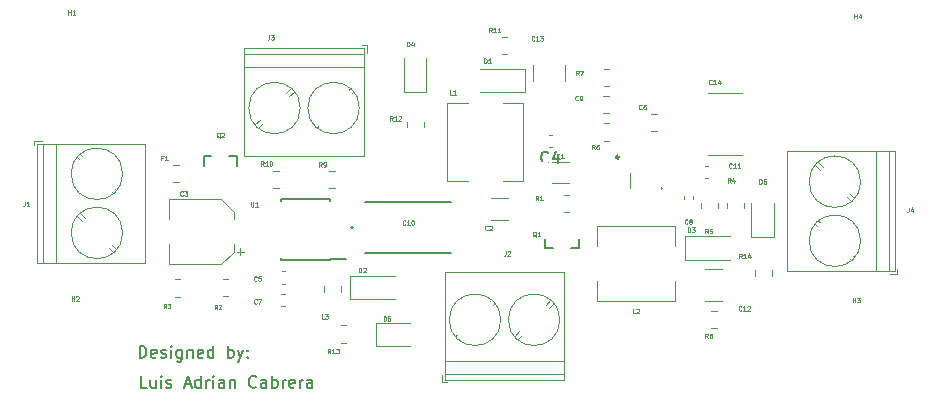
<source format=gto>
G04 #@! TF.GenerationSoftware,KiCad,Pcbnew,(5.1.12)-1*
G04 #@! TF.CreationDate,2022-10-20T21:35:18-07:00*
G04 #@! TF.ProjectId,Fuente_de_poder,4675656e-7465-45f6-9465-5f706f646572,rev?*
G04 #@! TF.SameCoordinates,Original*
G04 #@! TF.FileFunction,Legend,Top*
G04 #@! TF.FilePolarity,Positive*
%FSLAX46Y46*%
G04 Gerber Fmt 4.6, Leading zero omitted, Abs format (unit mm)*
G04 Created by KiCad (PCBNEW (5.1.12)-1) date 2022-10-20 21:35:18*
%MOMM*%
%LPD*%
G01*
G04 APERTURE LIST*
%ADD10C,0.150000*%
%ADD11C,0.120000*%
%ADD12C,0.127000*%
%ADD13C,0.200000*%
%ADD14C,0.203200*%
%ADD15C,0.250000*%
%ADD16C,0.095250*%
%ADD17C,0.254000*%
%ADD18C,2.600000*%
%ADD19R,2.600000X2.600000*%
%ADD20R,2.400000X2.900000*%
%ADD21R,1.100000X1.100000*%
%ADD22C,7.500000*%
%ADD23R,2.400000X1.500000*%
%ADD24R,1.500000X2.400000*%
%ADD25R,1.000000X1.400000*%
%ADD26R,1.550000X0.600000*%
%ADD27R,2.600000X3.100000*%
%ADD28R,2.550000X2.550000*%
%ADD29R,0.300000X0.850000*%
%ADD30R,0.850000X0.300000*%
G04 APERTURE END LIST*
D10*
X119706285Y-113482380D02*
X119230095Y-113482380D01*
X119230095Y-112482380D01*
X120468190Y-112815714D02*
X120468190Y-113482380D01*
X120039619Y-112815714D02*
X120039619Y-113339523D01*
X120087238Y-113434761D01*
X120182476Y-113482380D01*
X120325333Y-113482380D01*
X120420571Y-113434761D01*
X120468190Y-113387142D01*
X120944380Y-113482380D02*
X120944380Y-112815714D01*
X120944380Y-112482380D02*
X120896761Y-112530000D01*
X120944380Y-112577619D01*
X120992000Y-112530000D01*
X120944380Y-112482380D01*
X120944380Y-112577619D01*
X121372952Y-113434761D02*
X121468190Y-113482380D01*
X121658666Y-113482380D01*
X121753904Y-113434761D01*
X121801523Y-113339523D01*
X121801523Y-113291904D01*
X121753904Y-113196666D01*
X121658666Y-113149047D01*
X121515809Y-113149047D01*
X121420571Y-113101428D01*
X121372952Y-113006190D01*
X121372952Y-112958571D01*
X121420571Y-112863333D01*
X121515809Y-112815714D01*
X121658666Y-112815714D01*
X121753904Y-112863333D01*
X122944380Y-113196666D02*
X123420571Y-113196666D01*
X122849142Y-113482380D02*
X123182476Y-112482380D01*
X123515809Y-113482380D01*
X124277714Y-113482380D02*
X124277714Y-112482380D01*
X124277714Y-113434761D02*
X124182476Y-113482380D01*
X123992000Y-113482380D01*
X123896761Y-113434761D01*
X123849142Y-113387142D01*
X123801523Y-113291904D01*
X123801523Y-113006190D01*
X123849142Y-112910952D01*
X123896761Y-112863333D01*
X123992000Y-112815714D01*
X124182476Y-112815714D01*
X124277714Y-112863333D01*
X124753904Y-113482380D02*
X124753904Y-112815714D01*
X124753904Y-113006190D02*
X124801523Y-112910952D01*
X124849142Y-112863333D01*
X124944380Y-112815714D01*
X125039619Y-112815714D01*
X125372952Y-113482380D02*
X125372952Y-112815714D01*
X125372952Y-112482380D02*
X125325333Y-112530000D01*
X125372952Y-112577619D01*
X125420571Y-112530000D01*
X125372952Y-112482380D01*
X125372952Y-112577619D01*
X126277714Y-113482380D02*
X126277714Y-112958571D01*
X126230095Y-112863333D01*
X126134857Y-112815714D01*
X125944380Y-112815714D01*
X125849142Y-112863333D01*
X126277714Y-113434761D02*
X126182476Y-113482380D01*
X125944380Y-113482380D01*
X125849142Y-113434761D01*
X125801523Y-113339523D01*
X125801523Y-113244285D01*
X125849142Y-113149047D01*
X125944380Y-113101428D01*
X126182476Y-113101428D01*
X126277714Y-113053809D01*
X126753904Y-112815714D02*
X126753904Y-113482380D01*
X126753904Y-112910952D02*
X126801523Y-112863333D01*
X126896761Y-112815714D01*
X127039619Y-112815714D01*
X127134857Y-112863333D01*
X127182476Y-112958571D01*
X127182476Y-113482380D01*
X128992000Y-113387142D02*
X128944380Y-113434761D01*
X128801523Y-113482380D01*
X128706285Y-113482380D01*
X128563428Y-113434761D01*
X128468190Y-113339523D01*
X128420571Y-113244285D01*
X128372952Y-113053809D01*
X128372952Y-112910952D01*
X128420571Y-112720476D01*
X128468190Y-112625238D01*
X128563428Y-112530000D01*
X128706285Y-112482380D01*
X128801523Y-112482380D01*
X128944380Y-112530000D01*
X128992000Y-112577619D01*
X129849142Y-113482380D02*
X129849142Y-112958571D01*
X129801523Y-112863333D01*
X129706285Y-112815714D01*
X129515809Y-112815714D01*
X129420571Y-112863333D01*
X129849142Y-113434761D02*
X129753904Y-113482380D01*
X129515809Y-113482380D01*
X129420571Y-113434761D01*
X129372952Y-113339523D01*
X129372952Y-113244285D01*
X129420571Y-113149047D01*
X129515809Y-113101428D01*
X129753904Y-113101428D01*
X129849142Y-113053809D01*
X130325333Y-113482380D02*
X130325333Y-112482380D01*
X130325333Y-112863333D02*
X130420571Y-112815714D01*
X130611047Y-112815714D01*
X130706285Y-112863333D01*
X130753904Y-112910952D01*
X130801523Y-113006190D01*
X130801523Y-113291904D01*
X130753904Y-113387142D01*
X130706285Y-113434761D01*
X130611047Y-113482380D01*
X130420571Y-113482380D01*
X130325333Y-113434761D01*
X131230095Y-113482380D02*
X131230095Y-112815714D01*
X131230095Y-113006190D02*
X131277714Y-112910952D01*
X131325333Y-112863333D01*
X131420571Y-112815714D01*
X131515809Y-112815714D01*
X132230095Y-113434761D02*
X132134857Y-113482380D01*
X131944380Y-113482380D01*
X131849142Y-113434761D01*
X131801523Y-113339523D01*
X131801523Y-112958571D01*
X131849142Y-112863333D01*
X131944380Y-112815714D01*
X132134857Y-112815714D01*
X132230095Y-112863333D01*
X132277714Y-112958571D01*
X132277714Y-113053809D01*
X131801523Y-113149047D01*
X132706285Y-113482380D02*
X132706285Y-112815714D01*
X132706285Y-113006190D02*
X132753904Y-112910952D01*
X132801523Y-112863333D01*
X132896761Y-112815714D01*
X132992000Y-112815714D01*
X133753904Y-113482380D02*
X133753904Y-112958571D01*
X133706285Y-112863333D01*
X133611047Y-112815714D01*
X133420571Y-112815714D01*
X133325333Y-112863333D01*
X133753904Y-113434761D02*
X133658666Y-113482380D01*
X133420571Y-113482380D01*
X133325333Y-113434761D01*
X133277714Y-113339523D01*
X133277714Y-113244285D01*
X133325333Y-113149047D01*
X133420571Y-113101428D01*
X133658666Y-113101428D01*
X133753904Y-113053809D01*
X119126571Y-110942380D02*
X119126571Y-109942380D01*
X119364666Y-109942380D01*
X119507523Y-109990000D01*
X119602761Y-110085238D01*
X119650380Y-110180476D01*
X119698000Y-110370952D01*
X119698000Y-110513809D01*
X119650380Y-110704285D01*
X119602761Y-110799523D01*
X119507523Y-110894761D01*
X119364666Y-110942380D01*
X119126571Y-110942380D01*
X120507523Y-110894761D02*
X120412285Y-110942380D01*
X120221809Y-110942380D01*
X120126571Y-110894761D01*
X120078952Y-110799523D01*
X120078952Y-110418571D01*
X120126571Y-110323333D01*
X120221809Y-110275714D01*
X120412285Y-110275714D01*
X120507523Y-110323333D01*
X120555142Y-110418571D01*
X120555142Y-110513809D01*
X120078952Y-110609047D01*
X120936095Y-110894761D02*
X121031333Y-110942380D01*
X121221809Y-110942380D01*
X121317047Y-110894761D01*
X121364666Y-110799523D01*
X121364666Y-110751904D01*
X121317047Y-110656666D01*
X121221809Y-110609047D01*
X121078952Y-110609047D01*
X120983714Y-110561428D01*
X120936095Y-110466190D01*
X120936095Y-110418571D01*
X120983714Y-110323333D01*
X121078952Y-110275714D01*
X121221809Y-110275714D01*
X121317047Y-110323333D01*
X121793238Y-110942380D02*
X121793238Y-110275714D01*
X121793238Y-109942380D02*
X121745619Y-109990000D01*
X121793238Y-110037619D01*
X121840857Y-109990000D01*
X121793238Y-109942380D01*
X121793238Y-110037619D01*
X122698000Y-110275714D02*
X122698000Y-111085238D01*
X122650380Y-111180476D01*
X122602761Y-111228095D01*
X122507523Y-111275714D01*
X122364666Y-111275714D01*
X122269428Y-111228095D01*
X122698000Y-110894761D02*
X122602761Y-110942380D01*
X122412285Y-110942380D01*
X122317047Y-110894761D01*
X122269428Y-110847142D01*
X122221809Y-110751904D01*
X122221809Y-110466190D01*
X122269428Y-110370952D01*
X122317047Y-110323333D01*
X122412285Y-110275714D01*
X122602761Y-110275714D01*
X122698000Y-110323333D01*
X123174190Y-110275714D02*
X123174190Y-110942380D01*
X123174190Y-110370952D02*
X123221809Y-110323333D01*
X123317047Y-110275714D01*
X123459904Y-110275714D01*
X123555142Y-110323333D01*
X123602761Y-110418571D01*
X123602761Y-110942380D01*
X124459904Y-110894761D02*
X124364666Y-110942380D01*
X124174190Y-110942380D01*
X124078952Y-110894761D01*
X124031333Y-110799523D01*
X124031333Y-110418571D01*
X124078952Y-110323333D01*
X124174190Y-110275714D01*
X124364666Y-110275714D01*
X124459904Y-110323333D01*
X124507523Y-110418571D01*
X124507523Y-110513809D01*
X124031333Y-110609047D01*
X125364666Y-110942380D02*
X125364666Y-109942380D01*
X125364666Y-110894761D02*
X125269428Y-110942380D01*
X125078952Y-110942380D01*
X124983714Y-110894761D01*
X124936095Y-110847142D01*
X124888476Y-110751904D01*
X124888476Y-110466190D01*
X124936095Y-110370952D01*
X124983714Y-110323333D01*
X125078952Y-110275714D01*
X125269428Y-110275714D01*
X125364666Y-110323333D01*
X126602761Y-110942380D02*
X126602761Y-109942380D01*
X126602761Y-110323333D02*
X126698000Y-110275714D01*
X126888476Y-110275714D01*
X126983714Y-110323333D01*
X127031333Y-110370952D01*
X127078952Y-110466190D01*
X127078952Y-110751904D01*
X127031333Y-110847142D01*
X126983714Y-110894761D01*
X126888476Y-110942380D01*
X126698000Y-110942380D01*
X126602761Y-110894761D01*
X127412285Y-110275714D02*
X127650380Y-110942380D01*
X127888476Y-110275714D02*
X127650380Y-110942380D01*
X127555142Y-111180476D01*
X127507523Y-111228095D01*
X127412285Y-111275714D01*
X128269428Y-110847142D02*
X128317047Y-110894761D01*
X128269428Y-110942380D01*
X128221809Y-110894761D01*
X128269428Y-110847142D01*
X128269428Y-110942380D01*
X128269428Y-110323333D02*
X128317047Y-110370952D01*
X128269428Y-110418571D01*
X128221809Y-110370952D01*
X128269428Y-110323333D01*
X128269428Y-110418571D01*
D11*
X149698120Y-107734100D02*
G75*
G03*
X149698120Y-107734100I-2180000J0D01*
G01*
X154698120Y-107734100D02*
G75*
G03*
X154698120Y-107734100I-2180000J0D01*
G01*
X144958120Y-112334100D02*
X155078120Y-112334100D01*
X144958120Y-111234100D02*
X155078120Y-111234100D01*
X144958120Y-103674100D02*
X155078120Y-103674100D01*
X144958120Y-112794100D02*
X155078120Y-112794100D01*
X144958120Y-103674100D02*
X144958120Y-112794100D01*
X155078120Y-103674100D02*
X155078120Y-112794100D01*
X149172120Y-106346100D02*
X149065120Y-106453100D01*
X146236120Y-109281100D02*
X146130120Y-109388100D01*
X148906120Y-106080100D02*
X148799120Y-106187100D01*
X145970120Y-109015100D02*
X145864120Y-109122100D01*
X154172120Y-106346100D02*
X153777120Y-106742100D01*
X151511120Y-109008100D02*
X151131120Y-109388100D01*
X153906120Y-106080100D02*
X153526120Y-106460100D01*
X151260120Y-108726100D02*
X150865120Y-109122100D01*
X144718120Y-112394100D02*
X144718120Y-113034100D01*
X144718120Y-113034100D02*
X145118120Y-113034100D01*
X165248000Y-97265225D02*
X165248000Y-97496895D01*
X165968000Y-97265225D02*
X165968000Y-97496895D01*
D12*
X138206460Y-97791380D02*
X145506460Y-97791380D01*
X138206460Y-102091380D02*
X145506460Y-102091380D01*
D13*
X137206460Y-99941380D02*
G75*
G03*
X137206460Y-99941380I-100000J0D01*
G01*
D11*
X154020468Y-94345080D02*
X155442972Y-94345080D01*
X154020468Y-96165080D02*
X155442972Y-96165080D01*
X150332092Y-97451500D02*
X148909588Y-97451500D01*
X150332092Y-99271500D02*
X148909588Y-99271500D01*
X121590780Y-97534440D02*
X121590780Y-99234440D01*
X121590780Y-103054440D02*
X121590780Y-101354440D01*
X126046343Y-103054440D02*
X121590780Y-103054440D01*
X126046343Y-97534440D02*
X121590780Y-97534440D01*
X127110780Y-98598877D02*
X127110780Y-99234440D01*
X127110780Y-101990003D02*
X127110780Y-101354440D01*
X127110780Y-101990003D02*
X126046343Y-103054440D01*
X127110780Y-98598877D02*
X126046343Y-97534440D01*
X127975780Y-101979440D02*
X127350780Y-101979440D01*
X127663280Y-102291940D02*
X127663280Y-101666940D01*
X131136173Y-104667780D02*
X131428707Y-104667780D01*
X131136173Y-103647780D02*
X131428707Y-103647780D01*
X131398227Y-106605800D02*
X131105693Y-106605800D01*
X131398227Y-105585800D02*
X131105693Y-105585800D01*
X158368188Y-88787300D02*
X158890692Y-88787300D01*
X158368188Y-90257300D02*
X158890692Y-90257300D01*
X166990813Y-95706660D02*
X167283347Y-95706660D01*
X166990813Y-94686660D02*
X167283347Y-94686660D01*
X168455392Y-106142620D02*
X167032888Y-106142620D01*
X168455392Y-103422620D02*
X167032888Y-103422620D01*
X155123980Y-87553852D02*
X155123980Y-86131348D01*
X152403980Y-87553852D02*
X152403980Y-86131348D01*
X167280892Y-88527740D02*
X170112388Y-88527740D01*
X167280892Y-93747740D02*
X170112388Y-93747740D01*
X151793300Y-88475060D02*
X151793300Y-86475060D01*
X151793300Y-86475060D02*
X147943300Y-86475060D01*
X151793300Y-88475060D02*
X147943300Y-88475060D01*
X136915800Y-104016300D02*
X136915800Y-106016300D01*
X136915800Y-106016300D02*
X140765800Y-106016300D01*
X136915800Y-104016300D02*
X140765800Y-104016300D01*
X165274900Y-100635560D02*
X169124900Y-100635560D01*
X165274900Y-102635560D02*
X169124900Y-102635560D01*
X165274900Y-100635560D02*
X165274900Y-102635560D01*
X141485740Y-85611460D02*
X141485740Y-88471460D01*
X141485740Y-88471460D02*
X143405740Y-88471460D01*
X143405740Y-88471460D02*
X143405740Y-85611460D01*
X141977620Y-108008540D02*
X139117620Y-108008540D01*
X139117620Y-108008540D02*
X139117620Y-109928540D01*
X139117620Y-109928540D02*
X141977620Y-109928540D01*
X172821480Y-100732040D02*
X172821480Y-97872040D01*
X170901480Y-100732040D02*
X172821480Y-100732040D01*
X170901480Y-97872040D02*
X170901480Y-100732040D01*
X122493672Y-96092080D02*
X121971168Y-96092080D01*
X122493672Y-94672080D02*
X121971168Y-94672080D01*
X110203960Y-92579540D02*
X110203960Y-92979540D01*
X110843960Y-92579540D02*
X110203960Y-92579540D01*
X114511960Y-99121540D02*
X114115960Y-98726540D01*
X117157960Y-101767540D02*
X116777960Y-101387540D01*
X114229960Y-99372540D02*
X113849960Y-98992540D01*
X116891960Y-102033540D02*
X116495960Y-101638540D01*
X114222960Y-93831540D02*
X114115960Y-93725540D01*
X117157960Y-96767540D02*
X117050960Y-96660540D01*
X113956960Y-94097540D02*
X113849960Y-93991540D01*
X116891960Y-97033540D02*
X116784960Y-96926540D01*
X119563960Y-102939540D02*
X110443960Y-102939540D01*
X119563960Y-92819540D02*
X110443960Y-92819540D01*
X110443960Y-92819540D02*
X110443960Y-102939540D01*
X119563960Y-92819540D02*
X119563960Y-102939540D01*
X112003960Y-92819540D02*
X112003960Y-102939540D01*
X110903960Y-92819540D02*
X110903960Y-102939540D01*
X117683960Y-100379540D02*
G75*
G03*
X117683960Y-100379540I-2180000J0D01*
G01*
X117683960Y-95379540D02*
G75*
G03*
X117683960Y-95379540I-2180000J0D01*
G01*
X138342020Y-84506780D02*
X137942020Y-84506780D01*
X138342020Y-85146780D02*
X138342020Y-84506780D01*
X131800020Y-88814780D02*
X132195020Y-88418780D01*
X129154020Y-91460780D02*
X129534020Y-91080780D01*
X131549020Y-88532780D02*
X131929020Y-88152780D01*
X128888020Y-91194780D02*
X129283020Y-90798780D01*
X137090020Y-88525780D02*
X137196020Y-88418780D01*
X134154020Y-91460780D02*
X134261020Y-91353780D01*
X136824020Y-88259780D02*
X136930020Y-88152780D01*
X133888020Y-91194780D02*
X133995020Y-91087780D01*
X127982020Y-93866780D02*
X127982020Y-84746780D01*
X138102020Y-93866780D02*
X138102020Y-84746780D01*
X138102020Y-84746780D02*
X127982020Y-84746780D01*
X138102020Y-93866780D02*
X127982020Y-93866780D01*
X138102020Y-86306780D02*
X127982020Y-86306780D01*
X138102020Y-85206780D02*
X127982020Y-85206780D01*
X132722020Y-89806780D02*
G75*
G03*
X132722020Y-89806780I-2180000J0D01*
G01*
X137722020Y-89806780D02*
G75*
G03*
X137722020Y-89806780I-2180000J0D01*
G01*
X183282880Y-103843740D02*
X183282880Y-103443740D01*
X182642880Y-103843740D02*
X183282880Y-103843740D01*
X178974880Y-97301740D02*
X179370880Y-97696740D01*
X176328880Y-94655740D02*
X176708880Y-95035740D01*
X179256880Y-97050740D02*
X179636880Y-97430740D01*
X176594880Y-94389740D02*
X176990880Y-94784740D01*
X179263880Y-102591740D02*
X179370880Y-102697740D01*
X176328880Y-99655740D02*
X176435880Y-99762740D01*
X179529880Y-102325740D02*
X179636880Y-102431740D01*
X176594880Y-99389740D02*
X176701880Y-99496740D01*
X173922880Y-93483740D02*
X183042880Y-93483740D01*
X173922880Y-103603740D02*
X183042880Y-103603740D01*
X183042880Y-103603740D02*
X183042880Y-93483740D01*
X173922880Y-103603740D02*
X173922880Y-93483740D01*
X181482880Y-103603740D02*
X181482880Y-93483740D01*
X182582880Y-103603740D02*
X182582880Y-93483740D01*
X180162880Y-96043740D02*
G75*
G03*
X180162880Y-96043740I-2180000J0D01*
G01*
X180162880Y-101043740D02*
G75*
G03*
X180162880Y-101043740I-2180000J0D01*
G01*
X145189340Y-89376980D02*
X146889340Y-89376980D01*
X145189340Y-95976980D02*
X145189340Y-89376980D01*
X146889340Y-95976980D02*
X145189340Y-95976980D01*
X151589340Y-95976980D02*
X149889340Y-95976980D01*
X151589340Y-89376980D02*
X151589340Y-95976980D01*
X149889340Y-89376980D02*
X151589340Y-89376980D01*
X164450300Y-104466520D02*
X164450300Y-106166520D01*
X164450300Y-106166520D02*
X157850300Y-106166520D01*
X157850300Y-106166520D02*
X157850300Y-104466520D01*
X157850300Y-101466520D02*
X157850300Y-99766520D01*
X157850300Y-99766520D02*
X164450300Y-99766520D01*
X164450300Y-99766520D02*
X164450300Y-101466520D01*
X136137720Y-104878348D02*
X136137720Y-105400852D01*
X134717720Y-104878348D02*
X134717720Y-105400852D01*
D14*
X154097660Y-101681280D02*
X153438860Y-101681280D01*
X153438860Y-101681280D02*
X153438860Y-100868480D01*
X156283660Y-101681280D02*
X155624860Y-101681280D01*
X156283660Y-100868480D02*
X156283660Y-101681280D01*
X124546360Y-94714060D02*
X124546360Y-93901260D01*
X124546360Y-93901260D02*
X125205160Y-93901260D01*
X127391160Y-93901260D02*
X127391160Y-94714060D01*
X126732360Y-93901260D02*
X127391160Y-93901260D01*
D11*
X155058376Y-97131200D02*
X155512504Y-97131200D01*
X155058376Y-98601200D02*
X155512504Y-98601200D01*
X126630164Y-105764000D02*
X126176036Y-105764000D01*
X126630164Y-104294000D02*
X126176036Y-104294000D01*
X122545844Y-104296540D02*
X122091716Y-104296540D01*
X122545844Y-105766540D02*
X122091716Y-105766540D01*
X168840480Y-97857576D02*
X168840480Y-98311704D01*
X170310480Y-97857576D02*
X170310480Y-98311704D01*
X168095600Y-97860116D02*
X168095600Y-98314244D01*
X166625600Y-97860116D02*
X166625600Y-98314244D01*
X158399236Y-91093620D02*
X158853364Y-91093620D01*
X158399236Y-92563620D02*
X158853364Y-92563620D01*
X158903404Y-86480980D02*
X158449276Y-86480980D01*
X158903404Y-87950980D02*
X158449276Y-87950980D01*
X167976284Y-108446240D02*
X167522156Y-108446240D01*
X167976284Y-106976240D02*
X167522156Y-106976240D01*
X135633803Y-96614879D02*
X135179675Y-96614879D01*
X135633803Y-95144879D02*
X135179675Y-95144879D01*
X130883803Y-95144879D02*
X130429675Y-95144879D01*
X130883803Y-96614879D02*
X130429675Y-96614879D01*
X150239464Y-83798740D02*
X149785336Y-83798740D01*
X150239464Y-85268740D02*
X149785336Y-85268740D01*
X143236620Y-90972396D02*
X143236620Y-91426524D01*
X141766620Y-90972396D02*
X141766620Y-91426524D01*
X136604744Y-108215760D02*
X136150616Y-108215760D01*
X136604744Y-109685760D02*
X136150616Y-109685760D01*
X171207760Y-103549716D02*
X171207760Y-104003844D01*
X172677760Y-103549716D02*
X172677760Y-104003844D01*
D10*
X135206560Y-102678940D02*
X135206560Y-102628940D01*
X131056560Y-102678940D02*
X131056560Y-102533940D01*
X131056560Y-97528940D02*
X131056560Y-97673940D01*
X135206560Y-97528940D02*
X135206560Y-97673940D01*
X135206560Y-102678940D02*
X131056560Y-102678940D01*
X135206560Y-97528940D02*
X131056560Y-97528940D01*
X135206560Y-102628940D02*
X136606560Y-102628940D01*
D15*
X159710560Y-93971360D02*
G75*
G03*
X159710560Y-93971360I-125000J0D01*
G01*
D11*
X162413048Y-91794000D02*
X162935552Y-91794000D01*
X162413048Y-90324000D02*
X162935552Y-90324000D01*
X154042327Y-93118400D02*
X153749793Y-93118400D01*
X154042327Y-92098400D02*
X153749793Y-92098400D01*
D16*
X150114000Y-101937457D02*
X150114000Y-102209600D01*
X150095857Y-102264028D01*
X150059571Y-102300314D01*
X150005142Y-102318457D01*
X149968857Y-102318457D01*
X150277285Y-101973742D02*
X150295428Y-101955600D01*
X150331714Y-101937457D01*
X150422428Y-101937457D01*
X150458714Y-101955600D01*
X150476857Y-101973742D01*
X150495000Y-102010028D01*
X150495000Y-102046314D01*
X150476857Y-102100742D01*
X150259142Y-102318457D01*
X150495000Y-102318457D01*
X165506400Y-99579611D02*
X165488257Y-99597754D01*
X165433828Y-99615897D01*
X165397542Y-99615897D01*
X165343114Y-99597754D01*
X165306828Y-99561468D01*
X165288685Y-99525182D01*
X165270542Y-99452611D01*
X165270542Y-99398182D01*
X165288685Y-99325611D01*
X165306828Y-99289325D01*
X165343114Y-99253040D01*
X165397542Y-99234897D01*
X165433828Y-99234897D01*
X165488257Y-99253040D01*
X165506400Y-99271182D01*
X165724114Y-99398182D02*
X165687828Y-99380040D01*
X165669685Y-99361897D01*
X165651542Y-99325611D01*
X165651542Y-99307468D01*
X165669685Y-99271182D01*
X165687828Y-99253040D01*
X165724114Y-99234897D01*
X165796685Y-99234897D01*
X165832971Y-99253040D01*
X165851114Y-99271182D01*
X165869257Y-99307468D01*
X165869257Y-99325611D01*
X165851114Y-99361897D01*
X165832971Y-99380040D01*
X165796685Y-99398182D01*
X165724114Y-99398182D01*
X165687828Y-99416325D01*
X165669685Y-99434468D01*
X165651542Y-99470754D01*
X165651542Y-99543325D01*
X165669685Y-99579611D01*
X165687828Y-99597754D01*
X165724114Y-99615897D01*
X165796685Y-99615897D01*
X165832971Y-99597754D01*
X165851114Y-99579611D01*
X165869257Y-99543325D01*
X165869257Y-99470754D01*
X165851114Y-99434468D01*
X165832971Y-99416325D01*
X165796685Y-99398182D01*
X141626771Y-99660891D02*
X141608628Y-99679034D01*
X141554200Y-99697177D01*
X141517914Y-99697177D01*
X141463485Y-99679034D01*
X141427200Y-99642748D01*
X141409057Y-99606462D01*
X141390914Y-99533891D01*
X141390914Y-99479462D01*
X141409057Y-99406891D01*
X141427200Y-99370605D01*
X141463485Y-99334320D01*
X141517914Y-99316177D01*
X141554200Y-99316177D01*
X141608628Y-99334320D01*
X141626771Y-99352462D01*
X141989628Y-99697177D02*
X141771914Y-99697177D01*
X141880771Y-99697177D02*
X141880771Y-99316177D01*
X141844485Y-99370605D01*
X141808200Y-99406891D01*
X141771914Y-99425034D01*
X142225485Y-99316177D02*
X142261771Y-99316177D01*
X142298057Y-99334320D01*
X142316200Y-99352462D01*
X142334342Y-99388748D01*
X142352485Y-99461320D01*
X142352485Y-99552034D01*
X142334342Y-99624605D01*
X142316200Y-99660891D01*
X142298057Y-99679034D01*
X142261771Y-99697177D01*
X142225485Y-99697177D01*
X142189200Y-99679034D01*
X142171057Y-99660891D01*
X142152914Y-99624605D01*
X142134771Y-99552034D01*
X142134771Y-99461320D01*
X142152914Y-99388748D01*
X142171057Y-99352462D01*
X142189200Y-99334320D01*
X142225485Y-99316177D01*
X154663140Y-94004311D02*
X154644997Y-94022454D01*
X154590568Y-94040597D01*
X154554282Y-94040597D01*
X154499854Y-94022454D01*
X154463568Y-93986168D01*
X154445425Y-93949882D01*
X154427282Y-93877311D01*
X154427282Y-93822882D01*
X154445425Y-93750311D01*
X154463568Y-93714025D01*
X154499854Y-93677740D01*
X154554282Y-93659597D01*
X154590568Y-93659597D01*
X154644997Y-93677740D01*
X154663140Y-93695882D01*
X155025997Y-94040597D02*
X154808282Y-94040597D01*
X154917140Y-94040597D02*
X154917140Y-93659597D01*
X154880854Y-93714025D01*
X154844568Y-93750311D01*
X154808282Y-93768454D01*
X148597620Y-100107931D02*
X148579477Y-100126074D01*
X148525048Y-100144217D01*
X148488762Y-100144217D01*
X148434334Y-100126074D01*
X148398048Y-100089788D01*
X148379905Y-100053502D01*
X148361762Y-99980931D01*
X148361762Y-99926502D01*
X148379905Y-99853931D01*
X148398048Y-99817645D01*
X148434334Y-99781360D01*
X148488762Y-99763217D01*
X148525048Y-99763217D01*
X148579477Y-99781360D01*
X148597620Y-99799502D01*
X148742762Y-99799502D02*
X148760905Y-99781360D01*
X148797191Y-99763217D01*
X148887905Y-99763217D01*
X148924191Y-99781360D01*
X148942334Y-99799502D01*
X148960477Y-99835788D01*
X148960477Y-99872074D01*
X148942334Y-99926502D01*
X148724620Y-100144217D01*
X148960477Y-100144217D01*
X122791220Y-97199631D02*
X122773077Y-97217774D01*
X122718648Y-97235917D01*
X122682362Y-97235917D01*
X122627934Y-97217774D01*
X122591648Y-97181488D01*
X122573505Y-97145202D01*
X122555362Y-97072631D01*
X122555362Y-97018202D01*
X122573505Y-96945631D01*
X122591648Y-96909345D01*
X122627934Y-96873060D01*
X122682362Y-96854917D01*
X122718648Y-96854917D01*
X122773077Y-96873060D01*
X122791220Y-96891202D01*
X122918220Y-96854917D02*
X123154077Y-96854917D01*
X123027077Y-97000060D01*
X123081505Y-97000060D01*
X123117791Y-97018202D01*
X123135934Y-97036345D01*
X123154077Y-97072631D01*
X123154077Y-97163345D01*
X123135934Y-97199631D01*
X123117791Y-97217774D01*
X123081505Y-97235917D01*
X122972648Y-97235917D01*
X122936362Y-97217774D01*
X122918220Y-97199631D01*
X129029460Y-104400531D02*
X129011317Y-104418674D01*
X128956888Y-104436817D01*
X128920602Y-104436817D01*
X128866174Y-104418674D01*
X128829888Y-104382388D01*
X128811745Y-104346102D01*
X128793602Y-104273531D01*
X128793602Y-104219102D01*
X128811745Y-104146531D01*
X128829888Y-104110245D01*
X128866174Y-104073960D01*
X128920602Y-104055817D01*
X128956888Y-104055817D01*
X129011317Y-104073960D01*
X129029460Y-104092102D01*
X129374174Y-104055817D02*
X129192745Y-104055817D01*
X129174602Y-104237245D01*
X129192745Y-104219102D01*
X129229031Y-104200960D01*
X129319745Y-104200960D01*
X129356031Y-104219102D01*
X129374174Y-104237245D01*
X129392317Y-104273531D01*
X129392317Y-104364245D01*
X129374174Y-104400531D01*
X129356031Y-104418674D01*
X129319745Y-104436817D01*
X129229031Y-104436817D01*
X129192745Y-104418674D01*
X129174602Y-104400531D01*
X129042160Y-106333471D02*
X129024017Y-106351614D01*
X128969588Y-106369757D01*
X128933302Y-106369757D01*
X128878874Y-106351614D01*
X128842588Y-106315328D01*
X128824445Y-106279042D01*
X128806302Y-106206471D01*
X128806302Y-106152042D01*
X128824445Y-106079471D01*
X128842588Y-106043185D01*
X128878874Y-106006900D01*
X128933302Y-105988757D01*
X128969588Y-105988757D01*
X129024017Y-106006900D01*
X129042160Y-106025042D01*
X129169160Y-105988757D02*
X129423160Y-105988757D01*
X129259874Y-106369757D01*
X156231680Y-89132591D02*
X156213537Y-89150734D01*
X156159108Y-89168877D01*
X156122822Y-89168877D01*
X156068394Y-89150734D01*
X156032108Y-89114448D01*
X156013965Y-89078162D01*
X155995822Y-89005591D01*
X155995822Y-88951162D01*
X156013965Y-88878591D01*
X156032108Y-88842305D01*
X156068394Y-88806020D01*
X156122822Y-88787877D01*
X156159108Y-88787877D01*
X156213537Y-88806020D01*
X156231680Y-88824162D01*
X156413108Y-89168877D02*
X156485680Y-89168877D01*
X156521965Y-89150734D01*
X156540108Y-89132591D01*
X156576394Y-89078162D01*
X156594537Y-89005591D01*
X156594537Y-88860448D01*
X156576394Y-88824162D01*
X156558251Y-88806020D01*
X156521965Y-88787877D01*
X156449394Y-88787877D01*
X156413108Y-88806020D01*
X156394965Y-88824162D01*
X156376822Y-88860448D01*
X156376822Y-88951162D01*
X156394965Y-88987448D01*
X156413108Y-89005591D01*
X156449394Y-89023734D01*
X156521965Y-89023734D01*
X156558251Y-89005591D01*
X156576394Y-88987448D01*
X156594537Y-88951162D01*
X169246731Y-94842511D02*
X169228588Y-94860654D01*
X169174160Y-94878797D01*
X169137874Y-94878797D01*
X169083445Y-94860654D01*
X169047160Y-94824368D01*
X169029017Y-94788082D01*
X169010874Y-94715511D01*
X169010874Y-94661082D01*
X169029017Y-94588511D01*
X169047160Y-94552225D01*
X169083445Y-94515940D01*
X169137874Y-94497797D01*
X169174160Y-94497797D01*
X169228588Y-94515940D01*
X169246731Y-94534082D01*
X169609588Y-94878797D02*
X169391874Y-94878797D01*
X169500731Y-94878797D02*
X169500731Y-94497797D01*
X169464445Y-94552225D01*
X169428160Y-94588511D01*
X169391874Y-94606654D01*
X169972445Y-94878797D02*
X169754731Y-94878797D01*
X169863588Y-94878797D02*
X169863588Y-94497797D01*
X169827302Y-94552225D01*
X169791017Y-94588511D01*
X169754731Y-94606654D01*
X170074771Y-106925291D02*
X170056628Y-106943434D01*
X170002200Y-106961577D01*
X169965914Y-106961577D01*
X169911485Y-106943434D01*
X169875200Y-106907148D01*
X169857057Y-106870862D01*
X169838914Y-106798291D01*
X169838914Y-106743862D01*
X169857057Y-106671291D01*
X169875200Y-106635005D01*
X169911485Y-106598720D01*
X169965914Y-106580577D01*
X170002200Y-106580577D01*
X170056628Y-106598720D01*
X170074771Y-106616862D01*
X170437628Y-106961577D02*
X170219914Y-106961577D01*
X170328771Y-106961577D02*
X170328771Y-106580577D01*
X170292485Y-106635005D01*
X170256200Y-106671291D01*
X170219914Y-106689434D01*
X170582771Y-106616862D02*
X170600914Y-106598720D01*
X170637200Y-106580577D01*
X170727914Y-106580577D01*
X170764200Y-106598720D01*
X170782342Y-106616862D01*
X170800485Y-106653148D01*
X170800485Y-106689434D01*
X170782342Y-106743862D01*
X170564628Y-106961577D01*
X170800485Y-106961577D01*
X152548771Y-84065291D02*
X152530628Y-84083434D01*
X152476200Y-84101577D01*
X152439914Y-84101577D01*
X152385485Y-84083434D01*
X152349200Y-84047148D01*
X152331057Y-84010862D01*
X152312914Y-83938291D01*
X152312914Y-83883862D01*
X152331057Y-83811291D01*
X152349200Y-83775005D01*
X152385485Y-83738720D01*
X152439914Y-83720577D01*
X152476200Y-83720577D01*
X152530628Y-83738720D01*
X152548771Y-83756862D01*
X152911628Y-84101577D02*
X152693914Y-84101577D01*
X152802771Y-84101577D02*
X152802771Y-83720577D01*
X152766485Y-83775005D01*
X152730200Y-83811291D01*
X152693914Y-83829434D01*
X153038628Y-83720577D02*
X153274485Y-83720577D01*
X153147485Y-83865720D01*
X153201914Y-83865720D01*
X153238200Y-83883862D01*
X153256342Y-83902005D01*
X153274485Y-83938291D01*
X153274485Y-84029005D01*
X153256342Y-84065291D01*
X153238200Y-84083434D01*
X153201914Y-84101577D01*
X153093057Y-84101577D01*
X153056771Y-84083434D01*
X153038628Y-84065291D01*
X167560171Y-87766071D02*
X167542028Y-87784214D01*
X167487600Y-87802357D01*
X167451314Y-87802357D01*
X167396885Y-87784214D01*
X167360600Y-87747928D01*
X167342457Y-87711642D01*
X167324314Y-87639071D01*
X167324314Y-87584642D01*
X167342457Y-87512071D01*
X167360600Y-87475785D01*
X167396885Y-87439500D01*
X167451314Y-87421357D01*
X167487600Y-87421357D01*
X167542028Y-87439500D01*
X167560171Y-87457642D01*
X167923028Y-87802357D02*
X167705314Y-87802357D01*
X167814171Y-87802357D02*
X167814171Y-87421357D01*
X167777885Y-87475785D01*
X167741600Y-87512071D01*
X167705314Y-87530214D01*
X168249600Y-87548357D02*
X168249600Y-87802357D01*
X168158885Y-87403214D02*
X168068171Y-87675357D01*
X168304028Y-87675357D01*
X148293545Y-85996417D02*
X148293545Y-85615417D01*
X148384260Y-85615417D01*
X148438688Y-85633560D01*
X148474974Y-85669845D01*
X148493117Y-85706131D01*
X148511260Y-85778702D01*
X148511260Y-85833131D01*
X148493117Y-85905702D01*
X148474974Y-85941988D01*
X148438688Y-85978274D01*
X148384260Y-85996417D01*
X148293545Y-85996417D01*
X148874117Y-85996417D02*
X148656402Y-85996417D01*
X148765260Y-85996417D02*
X148765260Y-85615417D01*
X148728974Y-85669845D01*
X148692688Y-85706131D01*
X148656402Y-85724274D01*
X137686505Y-103702757D02*
X137686505Y-103321757D01*
X137777220Y-103321757D01*
X137831648Y-103339900D01*
X137867934Y-103376185D01*
X137886077Y-103412471D01*
X137904220Y-103485042D01*
X137904220Y-103539471D01*
X137886077Y-103612042D01*
X137867934Y-103648328D01*
X137831648Y-103684614D01*
X137777220Y-103702757D01*
X137686505Y-103702757D01*
X138049362Y-103358042D02*
X138067505Y-103339900D01*
X138103791Y-103321757D01*
X138194505Y-103321757D01*
X138230791Y-103339900D01*
X138248934Y-103358042D01*
X138267077Y-103394328D01*
X138267077Y-103430614D01*
X138248934Y-103485042D01*
X138031220Y-103702757D01*
X138267077Y-103702757D01*
X165537605Y-100301697D02*
X165537605Y-99920697D01*
X165628320Y-99920697D01*
X165682748Y-99938840D01*
X165719034Y-99975125D01*
X165737177Y-100011411D01*
X165755320Y-100083982D01*
X165755320Y-100138411D01*
X165737177Y-100210982D01*
X165719034Y-100247268D01*
X165682748Y-100283554D01*
X165628320Y-100301697D01*
X165537605Y-100301697D01*
X165882320Y-99920697D02*
X166118177Y-99920697D01*
X165991177Y-100065840D01*
X166045605Y-100065840D01*
X166081891Y-100083982D01*
X166100034Y-100102125D01*
X166118177Y-100138411D01*
X166118177Y-100229125D01*
X166100034Y-100265411D01*
X166081891Y-100283554D01*
X166045605Y-100301697D01*
X165936748Y-100301697D01*
X165900462Y-100283554D01*
X165882320Y-100265411D01*
X141770825Y-84581637D02*
X141770825Y-84200637D01*
X141861540Y-84200637D01*
X141915968Y-84218780D01*
X141952254Y-84255065D01*
X141970397Y-84291351D01*
X141988540Y-84363922D01*
X141988540Y-84418351D01*
X141970397Y-84490922D01*
X141952254Y-84527208D01*
X141915968Y-84563494D01*
X141861540Y-84581637D01*
X141770825Y-84581637D01*
X142315111Y-84327637D02*
X142315111Y-84581637D01*
X142224397Y-84182494D02*
X142133682Y-84454637D01*
X142369540Y-84454637D01*
X139774385Y-107830257D02*
X139774385Y-107449257D01*
X139865100Y-107449257D01*
X139919528Y-107467400D01*
X139955814Y-107503685D01*
X139973957Y-107539971D01*
X139992100Y-107612542D01*
X139992100Y-107666971D01*
X139973957Y-107739542D01*
X139955814Y-107775828D01*
X139919528Y-107812114D01*
X139865100Y-107830257D01*
X139774385Y-107830257D01*
X140336814Y-107449257D02*
X140155385Y-107449257D01*
X140137242Y-107630685D01*
X140155385Y-107612542D01*
X140191671Y-107594400D01*
X140282385Y-107594400D01*
X140318671Y-107612542D01*
X140336814Y-107630685D01*
X140354957Y-107666971D01*
X140354957Y-107757685D01*
X140336814Y-107793971D01*
X140318671Y-107812114D01*
X140282385Y-107830257D01*
X140191671Y-107830257D01*
X140155385Y-107812114D01*
X140137242Y-107793971D01*
X171587885Y-96222457D02*
X171587885Y-95841457D01*
X171678600Y-95841457D01*
X171733028Y-95859600D01*
X171769314Y-95895885D01*
X171787457Y-95932171D01*
X171805600Y-96004742D01*
X171805600Y-96059171D01*
X171787457Y-96131742D01*
X171769314Y-96168028D01*
X171733028Y-96204314D01*
X171678600Y-96222457D01*
X171587885Y-96222457D01*
X172132171Y-95841457D02*
X172059600Y-95841457D01*
X172023314Y-95859600D01*
X172005171Y-95877742D01*
X171968885Y-95932171D01*
X171950742Y-96004742D01*
X171950742Y-96149885D01*
X171968885Y-96186171D01*
X171987028Y-96204314D01*
X172023314Y-96222457D01*
X172095885Y-96222457D01*
X172132171Y-96204314D01*
X172150314Y-96186171D01*
X172168457Y-96149885D01*
X172168457Y-96059171D01*
X172150314Y-96022885D01*
X172132171Y-96004742D01*
X172095885Y-95986600D01*
X172023314Y-95986600D01*
X171987028Y-96004742D01*
X171968885Y-96022885D01*
X171950742Y-96059171D01*
X121099580Y-94018825D02*
X120972580Y-94018825D01*
X120972580Y-94218397D02*
X120972580Y-93837397D01*
X121154008Y-93837397D01*
X121498722Y-94218397D02*
X121281008Y-94218397D01*
X121389865Y-94218397D02*
X121389865Y-93837397D01*
X121353580Y-93891825D01*
X121317294Y-93928111D01*
X121281008Y-93946254D01*
X113069914Y-81907498D02*
X113069914Y-81526498D01*
X113069914Y-81707926D02*
X113287628Y-81707926D01*
X113287628Y-81907498D02*
X113287628Y-81526498D01*
X113668628Y-81907498D02*
X113450914Y-81907498D01*
X113559771Y-81907498D02*
X113559771Y-81526498D01*
X113523485Y-81580926D01*
X113487200Y-81617212D01*
X113450914Y-81635355D01*
X113377935Y-106120837D02*
X113377935Y-105739837D01*
X113377935Y-105921265D02*
X113595649Y-105921265D01*
X113595649Y-106120837D02*
X113595649Y-105739837D01*
X113758935Y-105776122D02*
X113777078Y-105757980D01*
X113813363Y-105739837D01*
X113904078Y-105739837D01*
X113940363Y-105757980D01*
X113958506Y-105776122D01*
X113976649Y-105812408D01*
X113976649Y-105848694D01*
X113958506Y-105903122D01*
X113740792Y-106120837D01*
X113976649Y-106120837D01*
X179514952Y-106257997D02*
X179514952Y-105876997D01*
X179514952Y-106058425D02*
X179732666Y-106058425D01*
X179732666Y-106257997D02*
X179732666Y-105876997D01*
X179877809Y-105876997D02*
X180113666Y-105876997D01*
X179986666Y-106022140D01*
X180041095Y-106022140D01*
X180077380Y-106040282D01*
X180095523Y-106058425D01*
X180113666Y-106094711D01*
X180113666Y-106185425D01*
X180095523Y-106221711D01*
X180077380Y-106239854D01*
X180041095Y-106257997D01*
X179932238Y-106257997D01*
X179895952Y-106239854D01*
X179877809Y-106221711D01*
X179617914Y-82214357D02*
X179617914Y-81833357D01*
X179617914Y-82014785D02*
X179835628Y-82014785D01*
X179835628Y-82214357D02*
X179835628Y-81833357D01*
X180180342Y-81960357D02*
X180180342Y-82214357D01*
X180089628Y-81815214D02*
X179998914Y-82087357D01*
X180234771Y-82087357D01*
X109382560Y-97736297D02*
X109382560Y-98008440D01*
X109364417Y-98062868D01*
X109328131Y-98099154D01*
X109273702Y-98117297D01*
X109237417Y-98117297D01*
X109763560Y-98117297D02*
X109545845Y-98117297D01*
X109654702Y-98117297D02*
X109654702Y-97736297D01*
X109618417Y-97790725D01*
X109582131Y-97827011D01*
X109545845Y-97845154D01*
X130108960Y-83639297D02*
X130108960Y-83911440D01*
X130090817Y-83965868D01*
X130054531Y-84002154D01*
X130000102Y-84020297D01*
X129963817Y-84020297D01*
X130254102Y-83639297D02*
X130489960Y-83639297D01*
X130362960Y-83784440D01*
X130417388Y-83784440D01*
X130453674Y-83802582D01*
X130471817Y-83820725D01*
X130489960Y-83857011D01*
X130489960Y-83947725D01*
X130471817Y-83984011D01*
X130453674Y-84002154D01*
X130417388Y-84020297D01*
X130308531Y-84020297D01*
X130272245Y-84002154D01*
X130254102Y-83984011D01*
X184241440Y-98241757D02*
X184241440Y-98513900D01*
X184223297Y-98568328D01*
X184187011Y-98604614D01*
X184132582Y-98622757D01*
X184096297Y-98622757D01*
X184586154Y-98368757D02*
X184586154Y-98622757D01*
X184495440Y-98223614D02*
X184404725Y-98495757D01*
X184640582Y-98495757D01*
X145577560Y-88673577D02*
X145396131Y-88673577D01*
X145396131Y-88292577D01*
X145904131Y-88673577D02*
X145686417Y-88673577D01*
X145795274Y-88673577D02*
X145795274Y-88292577D01*
X145758988Y-88347005D01*
X145722702Y-88383291D01*
X145686417Y-88401434D01*
X161076640Y-107197797D02*
X160895211Y-107197797D01*
X160895211Y-106816797D01*
X161185497Y-106853082D02*
X161203640Y-106834940D01*
X161239925Y-106816797D01*
X161330640Y-106816797D01*
X161366925Y-106834940D01*
X161385068Y-106853082D01*
X161403211Y-106889368D01*
X161403211Y-106925654D01*
X161385068Y-106980082D01*
X161167354Y-107197797D01*
X161403211Y-107197797D01*
X134731760Y-107649917D02*
X134550331Y-107649917D01*
X134550331Y-107268917D01*
X134822474Y-107268917D02*
X135058331Y-107268917D01*
X134931331Y-107414060D01*
X134985760Y-107414060D01*
X135022045Y-107432202D01*
X135040188Y-107450345D01*
X135058331Y-107486631D01*
X135058331Y-107577345D01*
X135040188Y-107613631D01*
X135022045Y-107631774D01*
X134985760Y-107649917D01*
X134876902Y-107649917D01*
X134840617Y-107631774D01*
X134822474Y-107613631D01*
X152696454Y-100693582D02*
X152660168Y-100675440D01*
X152623882Y-100639154D01*
X152569454Y-100584725D01*
X152533168Y-100566582D01*
X152496882Y-100566582D01*
X152515025Y-100657297D02*
X152478740Y-100639154D01*
X152442454Y-100602868D01*
X152424311Y-100530297D01*
X152424311Y-100403297D01*
X152442454Y-100330725D01*
X152478740Y-100294440D01*
X152515025Y-100276297D01*
X152587597Y-100276297D01*
X152623882Y-100294440D01*
X152660168Y-100330725D01*
X152678311Y-100403297D01*
X152678311Y-100530297D01*
X152660168Y-100602868D01*
X152623882Y-100639154D01*
X152587597Y-100657297D01*
X152515025Y-100657297D01*
X153041168Y-100657297D02*
X152823454Y-100657297D01*
X152932311Y-100657297D02*
X152932311Y-100276297D01*
X152896025Y-100330725D01*
X152859740Y-100367011D01*
X152823454Y-100385154D01*
X125924854Y-92316662D02*
X125888568Y-92298520D01*
X125852282Y-92262234D01*
X125797854Y-92207805D01*
X125761568Y-92189662D01*
X125725282Y-92189662D01*
X125743425Y-92280377D02*
X125707140Y-92262234D01*
X125670854Y-92225948D01*
X125652711Y-92153377D01*
X125652711Y-92026377D01*
X125670854Y-91953805D01*
X125707140Y-91917520D01*
X125743425Y-91899377D01*
X125815997Y-91899377D01*
X125852282Y-91917520D01*
X125888568Y-91953805D01*
X125906711Y-92026377D01*
X125906711Y-92153377D01*
X125888568Y-92225948D01*
X125852282Y-92262234D01*
X125815997Y-92280377D01*
X125743425Y-92280377D01*
X126051854Y-91935662D02*
X126069997Y-91917520D01*
X126106282Y-91899377D01*
X126196997Y-91899377D01*
X126233282Y-91917520D01*
X126251425Y-91935662D01*
X126269568Y-91971948D01*
X126269568Y-92008234D01*
X126251425Y-92062662D01*
X126033711Y-92280377D01*
X126269568Y-92280377D01*
X152874980Y-97624537D02*
X152747980Y-97443108D01*
X152657265Y-97624537D02*
X152657265Y-97243537D01*
X152802408Y-97243537D01*
X152838694Y-97261680D01*
X152856837Y-97279822D01*
X152874980Y-97316108D01*
X152874980Y-97370537D01*
X152856837Y-97406822D01*
X152838694Y-97424965D01*
X152802408Y-97443108D01*
X152657265Y-97443108D01*
X153237837Y-97624537D02*
X153020122Y-97624537D01*
X153128980Y-97624537D02*
X153128980Y-97243537D01*
X153092694Y-97297965D01*
X153056408Y-97334251D01*
X153020122Y-97352394D01*
X125684280Y-106826957D02*
X125557280Y-106645528D01*
X125466565Y-106826957D02*
X125466565Y-106445957D01*
X125611708Y-106445957D01*
X125647994Y-106464100D01*
X125666137Y-106482242D01*
X125684280Y-106518528D01*
X125684280Y-106572957D01*
X125666137Y-106609242D01*
X125647994Y-106627385D01*
X125611708Y-106645528D01*
X125466565Y-106645528D01*
X125829422Y-106482242D02*
X125847565Y-106464100D01*
X125883851Y-106445957D01*
X125974565Y-106445957D01*
X126010851Y-106464100D01*
X126028994Y-106482242D01*
X126047137Y-106518528D01*
X126047137Y-106554814D01*
X126028994Y-106609242D01*
X125811280Y-106826957D01*
X126047137Y-106826957D01*
X121368820Y-106745677D02*
X121241820Y-106564248D01*
X121151105Y-106745677D02*
X121151105Y-106364677D01*
X121296248Y-106364677D01*
X121332534Y-106382820D01*
X121350677Y-106400962D01*
X121368820Y-106437248D01*
X121368820Y-106491677D01*
X121350677Y-106527962D01*
X121332534Y-106546105D01*
X121296248Y-106564248D01*
X121151105Y-106564248D01*
X121495820Y-106364677D02*
X121731677Y-106364677D01*
X121604677Y-106509820D01*
X121659105Y-106509820D01*
X121695391Y-106527962D01*
X121713534Y-106546105D01*
X121731677Y-106582391D01*
X121731677Y-106673105D01*
X121713534Y-106709391D01*
X121695391Y-106727534D01*
X121659105Y-106745677D01*
X121550248Y-106745677D01*
X121513962Y-106727534D01*
X121495820Y-106709391D01*
X169158920Y-96120857D02*
X169031920Y-95939428D01*
X168941205Y-96120857D02*
X168941205Y-95739857D01*
X169086348Y-95739857D01*
X169122634Y-95758000D01*
X169140777Y-95776142D01*
X169158920Y-95812428D01*
X169158920Y-95866857D01*
X169140777Y-95903142D01*
X169122634Y-95921285D01*
X169086348Y-95939428D01*
X168941205Y-95939428D01*
X169485491Y-95866857D02*
X169485491Y-96120857D01*
X169394777Y-95721714D02*
X169304062Y-95993857D01*
X169539920Y-95993857D01*
X167248840Y-100415997D02*
X167121840Y-100234568D01*
X167031125Y-100415997D02*
X167031125Y-100034997D01*
X167176268Y-100034997D01*
X167212554Y-100053140D01*
X167230697Y-100071282D01*
X167248840Y-100107568D01*
X167248840Y-100161997D01*
X167230697Y-100198282D01*
X167212554Y-100216425D01*
X167176268Y-100234568D01*
X167031125Y-100234568D01*
X167593554Y-100034997D02*
X167412125Y-100034997D01*
X167393982Y-100216425D01*
X167412125Y-100198282D01*
X167448411Y-100180140D01*
X167539125Y-100180140D01*
X167575411Y-100198282D01*
X167593554Y-100216425D01*
X167611697Y-100252711D01*
X167611697Y-100343425D01*
X167593554Y-100379711D01*
X167575411Y-100397854D01*
X167539125Y-100415997D01*
X167448411Y-100415997D01*
X167412125Y-100397854D01*
X167393982Y-100379711D01*
X157652720Y-93298917D02*
X157525720Y-93117488D01*
X157435005Y-93298917D02*
X157435005Y-92917917D01*
X157580148Y-92917917D01*
X157616434Y-92936060D01*
X157634577Y-92954202D01*
X157652720Y-92990488D01*
X157652720Y-93044917D01*
X157634577Y-93081202D01*
X157616434Y-93099345D01*
X157580148Y-93117488D01*
X157435005Y-93117488D01*
X157979291Y-92917917D02*
X157906720Y-92917917D01*
X157870434Y-92936060D01*
X157852291Y-92954202D01*
X157816005Y-93008631D01*
X157797862Y-93081202D01*
X157797862Y-93226345D01*
X157816005Y-93262631D01*
X157834148Y-93280774D01*
X157870434Y-93298917D01*
X157943005Y-93298917D01*
X157979291Y-93280774D01*
X157997434Y-93262631D01*
X158015577Y-93226345D01*
X158015577Y-93135631D01*
X157997434Y-93099345D01*
X157979291Y-93081202D01*
X157943005Y-93063060D01*
X157870434Y-93063060D01*
X157834148Y-93081202D01*
X157816005Y-93099345D01*
X157797862Y-93135631D01*
X156301440Y-87047977D02*
X156174440Y-86866548D01*
X156083725Y-87047977D02*
X156083725Y-86666977D01*
X156228868Y-86666977D01*
X156265154Y-86685120D01*
X156283297Y-86703262D01*
X156301440Y-86739548D01*
X156301440Y-86793977D01*
X156283297Y-86830262D01*
X156265154Y-86848405D01*
X156228868Y-86866548D01*
X156083725Y-86866548D01*
X156428440Y-86666977D02*
X156682440Y-86666977D01*
X156519154Y-87047977D01*
X167236140Y-109280597D02*
X167109140Y-109099168D01*
X167018425Y-109280597D02*
X167018425Y-108899597D01*
X167163568Y-108899597D01*
X167199854Y-108917740D01*
X167217997Y-108935882D01*
X167236140Y-108972168D01*
X167236140Y-109026597D01*
X167217997Y-109062882D01*
X167199854Y-109081025D01*
X167163568Y-109099168D01*
X167018425Y-109099168D01*
X167453854Y-109062882D02*
X167417568Y-109044740D01*
X167399425Y-109026597D01*
X167381282Y-108990311D01*
X167381282Y-108972168D01*
X167399425Y-108935882D01*
X167417568Y-108917740D01*
X167453854Y-108899597D01*
X167526425Y-108899597D01*
X167562711Y-108917740D01*
X167580854Y-108935882D01*
X167598997Y-108972168D01*
X167598997Y-108990311D01*
X167580854Y-109026597D01*
X167562711Y-109044740D01*
X167526425Y-109062882D01*
X167453854Y-109062882D01*
X167417568Y-109081025D01*
X167399425Y-109099168D01*
X167381282Y-109135454D01*
X167381282Y-109208025D01*
X167399425Y-109244311D01*
X167417568Y-109262454D01*
X167453854Y-109280597D01*
X167526425Y-109280597D01*
X167562711Y-109262454D01*
X167580854Y-109244311D01*
X167598997Y-109208025D01*
X167598997Y-109135454D01*
X167580854Y-109099168D01*
X167562711Y-109081025D01*
X167526425Y-109062882D01*
X134543800Y-94772117D02*
X134416800Y-94590688D01*
X134326085Y-94772117D02*
X134326085Y-94391117D01*
X134471228Y-94391117D01*
X134507514Y-94409260D01*
X134525657Y-94427402D01*
X134543800Y-94463688D01*
X134543800Y-94518117D01*
X134525657Y-94554402D01*
X134507514Y-94572545D01*
X134471228Y-94590688D01*
X134326085Y-94590688D01*
X134725228Y-94772117D02*
X134797800Y-94772117D01*
X134834085Y-94753974D01*
X134852228Y-94735831D01*
X134888514Y-94681402D01*
X134906657Y-94608831D01*
X134906657Y-94463688D01*
X134888514Y-94427402D01*
X134870371Y-94409260D01*
X134834085Y-94391117D01*
X134761514Y-94391117D01*
X134725228Y-94409260D01*
X134707085Y-94427402D01*
X134688942Y-94463688D01*
X134688942Y-94554402D01*
X134707085Y-94590688D01*
X134725228Y-94608831D01*
X134761514Y-94626974D01*
X134834085Y-94626974D01*
X134870371Y-94608831D01*
X134888514Y-94590688D01*
X134906657Y-94554402D01*
X129612571Y-94693377D02*
X129485571Y-94511948D01*
X129394857Y-94693377D02*
X129394857Y-94312377D01*
X129540000Y-94312377D01*
X129576285Y-94330520D01*
X129594428Y-94348662D01*
X129612571Y-94384948D01*
X129612571Y-94439377D01*
X129594428Y-94475662D01*
X129576285Y-94493805D01*
X129540000Y-94511948D01*
X129394857Y-94511948D01*
X129975428Y-94693377D02*
X129757714Y-94693377D01*
X129866571Y-94693377D02*
X129866571Y-94312377D01*
X129830285Y-94366805D01*
X129794000Y-94403091D01*
X129757714Y-94421234D01*
X130211285Y-94312377D02*
X130247571Y-94312377D01*
X130283857Y-94330520D01*
X130302000Y-94348662D01*
X130320142Y-94384948D01*
X130338285Y-94457520D01*
X130338285Y-94548234D01*
X130320142Y-94620805D01*
X130302000Y-94657091D01*
X130283857Y-94675234D01*
X130247571Y-94693377D01*
X130211285Y-94693377D01*
X130175000Y-94675234D01*
X130156857Y-94657091D01*
X130138714Y-94620805D01*
X130120571Y-94548234D01*
X130120571Y-94457520D01*
X130138714Y-94384948D01*
X130156857Y-94348662D01*
X130175000Y-94330520D01*
X130211285Y-94312377D01*
X148936891Y-83387837D02*
X148809891Y-83206408D01*
X148719177Y-83387837D02*
X148719177Y-83006837D01*
X148864320Y-83006837D01*
X148900605Y-83024980D01*
X148918748Y-83043122D01*
X148936891Y-83079408D01*
X148936891Y-83133837D01*
X148918748Y-83170122D01*
X148900605Y-83188265D01*
X148864320Y-83206408D01*
X148719177Y-83206408D01*
X149299748Y-83387837D02*
X149082034Y-83387837D01*
X149190891Y-83387837D02*
X149190891Y-83006837D01*
X149154605Y-83061265D01*
X149118320Y-83097551D01*
X149082034Y-83115694D01*
X149662605Y-83387837D02*
X149444891Y-83387837D01*
X149553748Y-83387837D02*
X149553748Y-83006837D01*
X149517462Y-83061265D01*
X149481177Y-83097551D01*
X149444891Y-83115694D01*
X140537111Y-90870677D02*
X140410111Y-90689248D01*
X140319397Y-90870677D02*
X140319397Y-90489677D01*
X140464540Y-90489677D01*
X140500825Y-90507820D01*
X140518968Y-90525962D01*
X140537111Y-90562248D01*
X140537111Y-90616677D01*
X140518968Y-90652962D01*
X140500825Y-90671105D01*
X140464540Y-90689248D01*
X140319397Y-90689248D01*
X140899968Y-90870677D02*
X140682254Y-90870677D01*
X140791111Y-90870677D02*
X140791111Y-90489677D01*
X140754825Y-90544105D01*
X140718540Y-90580391D01*
X140682254Y-90598534D01*
X141045111Y-90525962D02*
X141063254Y-90507820D01*
X141099540Y-90489677D01*
X141190254Y-90489677D01*
X141226540Y-90507820D01*
X141244682Y-90525962D01*
X141262825Y-90562248D01*
X141262825Y-90598534D01*
X141244682Y-90652962D01*
X141026968Y-90870677D01*
X141262825Y-90870677D01*
X135279311Y-110555677D02*
X135152311Y-110374248D01*
X135061597Y-110555677D02*
X135061597Y-110174677D01*
X135206740Y-110174677D01*
X135243025Y-110192820D01*
X135261168Y-110210962D01*
X135279311Y-110247248D01*
X135279311Y-110301677D01*
X135261168Y-110337962D01*
X135243025Y-110356105D01*
X135206740Y-110374248D01*
X135061597Y-110374248D01*
X135642168Y-110555677D02*
X135424454Y-110555677D01*
X135533311Y-110555677D02*
X135533311Y-110174677D01*
X135497025Y-110229105D01*
X135460740Y-110265391D01*
X135424454Y-110283534D01*
X135769168Y-110174677D02*
X136005025Y-110174677D01*
X135878025Y-110319820D01*
X135932454Y-110319820D01*
X135968740Y-110337962D01*
X135986882Y-110356105D01*
X136005025Y-110392391D01*
X136005025Y-110483105D01*
X135986882Y-110519391D01*
X135968740Y-110537534D01*
X135932454Y-110555677D01*
X135823597Y-110555677D01*
X135787311Y-110537534D01*
X135769168Y-110519391D01*
X170102711Y-102519117D02*
X169975711Y-102337688D01*
X169884997Y-102519117D02*
X169884997Y-102138117D01*
X170030140Y-102138117D01*
X170066425Y-102156260D01*
X170084568Y-102174402D01*
X170102711Y-102210688D01*
X170102711Y-102265117D01*
X170084568Y-102301402D01*
X170066425Y-102319545D01*
X170030140Y-102337688D01*
X169884997Y-102337688D01*
X170465568Y-102519117D02*
X170247854Y-102519117D01*
X170356711Y-102519117D02*
X170356711Y-102138117D01*
X170320425Y-102192545D01*
X170284140Y-102228831D01*
X170247854Y-102246974D01*
X170792140Y-102265117D02*
X170792140Y-102519117D01*
X170701425Y-102119974D02*
X170610711Y-102392117D01*
X170846568Y-102392117D01*
X128541054Y-97779477D02*
X128541054Y-98087905D01*
X128559197Y-98124191D01*
X128577340Y-98142334D01*
X128613625Y-98160477D01*
X128686197Y-98160477D01*
X128722482Y-98142334D01*
X128740625Y-98124191D01*
X128758768Y-98087905D01*
X128758768Y-97779477D01*
X129139768Y-98160477D02*
X128922054Y-98160477D01*
X129030911Y-98160477D02*
X129030911Y-97779477D01*
X128994625Y-97833905D01*
X128958340Y-97870191D01*
X128922054Y-97888334D01*
D17*
X160720798Y-96545883D02*
X160720798Y-95275883D01*
X162051274Y-96424931D02*
X161990798Y-96485407D01*
X161809369Y-96545883D01*
X161688417Y-96545883D01*
X161506988Y-96485407D01*
X161386036Y-96364455D01*
X161325560Y-96243502D01*
X161265083Y-96001598D01*
X161265083Y-95820169D01*
X161325560Y-95578264D01*
X161386036Y-95457312D01*
X161506988Y-95336360D01*
X161688417Y-95275883D01*
X161809369Y-95275883D01*
X161990798Y-95336360D01*
X162051274Y-95396836D01*
X163260798Y-96545883D02*
X162535083Y-96545883D01*
X162897940Y-96545883D02*
X162897940Y-95275883D01*
X162776988Y-95457312D01*
X162656036Y-95578264D01*
X162535083Y-95638740D01*
D16*
X161632900Y-89871731D02*
X161614757Y-89889874D01*
X161560328Y-89908017D01*
X161524042Y-89908017D01*
X161469614Y-89889874D01*
X161433328Y-89853588D01*
X161415185Y-89817302D01*
X161397042Y-89744731D01*
X161397042Y-89690302D01*
X161415185Y-89617731D01*
X161433328Y-89581445D01*
X161469614Y-89545160D01*
X161524042Y-89527017D01*
X161560328Y-89527017D01*
X161614757Y-89545160D01*
X161632900Y-89563302D01*
X161959471Y-89527017D02*
X161886900Y-89527017D01*
X161850614Y-89545160D01*
X161832471Y-89563302D01*
X161796185Y-89617731D01*
X161778042Y-89690302D01*
X161778042Y-89835445D01*
X161796185Y-89871731D01*
X161814328Y-89889874D01*
X161850614Y-89908017D01*
X161923185Y-89908017D01*
X161959471Y-89889874D01*
X161977614Y-89871731D01*
X161995757Y-89835445D01*
X161995757Y-89744731D01*
X161977614Y-89708445D01*
X161959471Y-89690302D01*
X161923185Y-89672160D01*
X161850614Y-89672160D01*
X161814328Y-89690302D01*
X161796185Y-89708445D01*
X161778042Y-89744731D01*
D10*
X153729393Y-94395542D02*
X153681774Y-94443161D01*
X153538917Y-94490780D01*
X153443679Y-94490780D01*
X153300821Y-94443161D01*
X153205583Y-94347923D01*
X153157964Y-94252685D01*
X153110345Y-94062209D01*
X153110345Y-93919352D01*
X153157964Y-93728876D01*
X153205583Y-93633638D01*
X153300821Y-93538400D01*
X153443679Y-93490780D01*
X153538917Y-93490780D01*
X153681774Y-93538400D01*
X153729393Y-93586019D01*
X154586536Y-93824114D02*
X154586536Y-94490780D01*
X154348440Y-93443161D02*
X154110345Y-94157447D01*
X154729393Y-94157447D01*
%LPC*%
D18*
X152518120Y-107734100D03*
D19*
X147518120Y-107734100D03*
G36*
G01*
X165453000Y-96446060D02*
X165763000Y-96446060D01*
G75*
G02*
X165918000Y-96601060I0J-155000D01*
G01*
X165918000Y-97026060D01*
G75*
G02*
X165763000Y-97181060I-155000J0D01*
G01*
X165453000Y-97181060D01*
G75*
G02*
X165298000Y-97026060I0J155000D01*
G01*
X165298000Y-96601060D01*
G75*
G02*
X165453000Y-96446060I155000J0D01*
G01*
G37*
G36*
G01*
X165453000Y-97581060D02*
X165763000Y-97581060D01*
G75*
G02*
X165918000Y-97736060I0J-155000D01*
G01*
X165918000Y-98161060D01*
G75*
G02*
X165763000Y-98316060I-155000J0D01*
G01*
X165453000Y-98316060D01*
G75*
G02*
X165298000Y-98161060I0J155000D01*
G01*
X165298000Y-97736060D01*
G75*
G02*
X165453000Y-97581060I155000J0D01*
G01*
G37*
D20*
X144906460Y-99941380D03*
X138806460Y-99941380D03*
G36*
G01*
X155631720Y-95905081D02*
X155631720Y-94605079D01*
G75*
G02*
X155881719Y-94355080I249999J0D01*
G01*
X156706721Y-94355080D01*
G75*
G02*
X156956720Y-94605079I0J-249999D01*
G01*
X156956720Y-95905081D01*
G75*
G02*
X156706721Y-96155080I-249999J0D01*
G01*
X155881719Y-96155080D01*
G75*
G02*
X155631720Y-95905081I0J249999D01*
G01*
G37*
G36*
G01*
X152506720Y-95905081D02*
X152506720Y-94605079D01*
G75*
G02*
X152756719Y-94355080I249999J0D01*
G01*
X153581721Y-94355080D01*
G75*
G02*
X153831720Y-94605079I0J-249999D01*
G01*
X153831720Y-95905081D01*
G75*
G02*
X153581721Y-96155080I-249999J0D01*
G01*
X152756719Y-96155080D01*
G75*
G02*
X152506720Y-95905081I0J249999D01*
G01*
G37*
G36*
G01*
X151845840Y-97711499D02*
X151845840Y-99011501D01*
G75*
G02*
X151595841Y-99261500I-249999J0D01*
G01*
X150770839Y-99261500D01*
G75*
G02*
X150520840Y-99011501I0J249999D01*
G01*
X150520840Y-97711499D01*
G75*
G02*
X150770839Y-97461500I249999J0D01*
G01*
X151595841Y-97461500D01*
G75*
G02*
X151845840Y-97711499I0J-249999D01*
G01*
G37*
G36*
G01*
X148720840Y-97711499D02*
X148720840Y-99011501D01*
G75*
G02*
X148470841Y-99261500I-249999J0D01*
G01*
X147645839Y-99261500D01*
G75*
G02*
X147395840Y-99011501I0J249999D01*
G01*
X147395840Y-97711499D01*
G75*
G02*
X147645839Y-97461500I249999J0D01*
G01*
X148470841Y-97461500D01*
G75*
G02*
X148720840Y-97711499I0J-249999D01*
G01*
G37*
G36*
G01*
X123650780Y-99744440D02*
X123650780Y-100844440D01*
G75*
G02*
X123400780Y-101094440I-250000J0D01*
G01*
X120900780Y-101094440D01*
G75*
G02*
X120650780Y-100844440I0J250000D01*
G01*
X120650780Y-99744440D01*
G75*
G02*
X120900780Y-99494440I250000J0D01*
G01*
X123400780Y-99494440D01*
G75*
G02*
X123650780Y-99744440I0J-250000D01*
G01*
G37*
G36*
G01*
X128050780Y-99744440D02*
X128050780Y-100844440D01*
G75*
G02*
X127800780Y-101094440I-250000J0D01*
G01*
X125300780Y-101094440D01*
G75*
G02*
X125050780Y-100844440I0J250000D01*
G01*
X125050780Y-99744440D01*
G75*
G02*
X125300780Y-99494440I250000J0D01*
G01*
X127800780Y-99494440D01*
G75*
G02*
X128050780Y-99744440I0J-250000D01*
G01*
G37*
G36*
G01*
X129882440Y-104395280D02*
X129882440Y-103920280D01*
G75*
G02*
X130119940Y-103682780I237500J0D01*
G01*
X130719940Y-103682780D01*
G75*
G02*
X130957440Y-103920280I0J-237500D01*
G01*
X130957440Y-104395280D01*
G75*
G02*
X130719940Y-104632780I-237500J0D01*
G01*
X130119940Y-104632780D01*
G75*
G02*
X129882440Y-104395280I0J237500D01*
G01*
G37*
G36*
G01*
X131607440Y-104395280D02*
X131607440Y-103920280D01*
G75*
G02*
X131844940Y-103682780I237500J0D01*
G01*
X132444940Y-103682780D01*
G75*
G02*
X132682440Y-103920280I0J-237500D01*
G01*
X132682440Y-104395280D01*
G75*
G02*
X132444940Y-104632780I-237500J0D01*
G01*
X131844940Y-104632780D01*
G75*
G02*
X131607440Y-104395280I0J237500D01*
G01*
G37*
G36*
G01*
X130926960Y-105858300D02*
X130926960Y-106333300D01*
G75*
G02*
X130689460Y-106570800I-237500J0D01*
G01*
X130089460Y-106570800D01*
G75*
G02*
X129851960Y-106333300I0J237500D01*
G01*
X129851960Y-105858300D01*
G75*
G02*
X130089460Y-105620800I237500J0D01*
G01*
X130689460Y-105620800D01*
G75*
G02*
X130926960Y-105858300I0J-237500D01*
G01*
G37*
G36*
G01*
X132651960Y-105858300D02*
X132651960Y-106333300D01*
G75*
G02*
X132414460Y-106570800I-237500J0D01*
G01*
X131814460Y-106570800D01*
G75*
G02*
X131576960Y-106333300I0J237500D01*
G01*
X131576960Y-105858300D01*
G75*
G02*
X131814460Y-105620800I237500J0D01*
G01*
X132414460Y-105620800D01*
G75*
G02*
X132651960Y-105858300I0J-237500D01*
G01*
G37*
G36*
G01*
X159079440Y-89997300D02*
X159079440Y-89047300D01*
G75*
G02*
X159329440Y-88797300I250000J0D01*
G01*
X160004440Y-88797300D01*
G75*
G02*
X160254440Y-89047300I0J-250000D01*
G01*
X160254440Y-89997300D01*
G75*
G02*
X160004440Y-90247300I-250000J0D01*
G01*
X159329440Y-90247300D01*
G75*
G02*
X159079440Y-89997300I0J250000D01*
G01*
G37*
G36*
G01*
X157004440Y-89997300D02*
X157004440Y-89047300D01*
G75*
G02*
X157254440Y-88797300I250000J0D01*
G01*
X157929440Y-88797300D01*
G75*
G02*
X158179440Y-89047300I0J-250000D01*
G01*
X158179440Y-89997300D01*
G75*
G02*
X157929440Y-90247300I-250000J0D01*
G01*
X157254440Y-90247300D01*
G75*
G02*
X157004440Y-89997300I0J250000D01*
G01*
G37*
G36*
G01*
X165737080Y-95434160D02*
X165737080Y-94959160D01*
G75*
G02*
X165974580Y-94721660I237500J0D01*
G01*
X166574580Y-94721660D01*
G75*
G02*
X166812080Y-94959160I0J-237500D01*
G01*
X166812080Y-95434160D01*
G75*
G02*
X166574580Y-95671660I-237500J0D01*
G01*
X165974580Y-95671660D01*
G75*
G02*
X165737080Y-95434160I0J237500D01*
G01*
G37*
G36*
G01*
X167462080Y-95434160D02*
X167462080Y-94959160D01*
G75*
G02*
X167699580Y-94721660I237500J0D01*
G01*
X168299580Y-94721660D01*
G75*
G02*
X168537080Y-94959160I0J-237500D01*
G01*
X168537080Y-95434160D01*
G75*
G02*
X168299580Y-95671660I-237500J0D01*
G01*
X167699580Y-95671660D01*
G75*
G02*
X167462080Y-95434160I0J237500D01*
G01*
G37*
G36*
G01*
X166844140Y-103682619D02*
X166844140Y-105882621D01*
G75*
G02*
X166594141Y-106132620I-249999J0D01*
G01*
X165769139Y-106132620D01*
G75*
G02*
X165519140Y-105882621I0J249999D01*
G01*
X165519140Y-103682619D01*
G75*
G02*
X165769139Y-103432620I249999J0D01*
G01*
X166594141Y-103432620D01*
G75*
G02*
X166844140Y-103682619I0J-249999D01*
G01*
G37*
G36*
G01*
X169969140Y-103682619D02*
X169969140Y-105882621D01*
G75*
G02*
X169719141Y-106132620I-249999J0D01*
G01*
X168894139Y-106132620D01*
G75*
G02*
X168644140Y-105882621I0J249999D01*
G01*
X168644140Y-103682619D01*
G75*
G02*
X168894139Y-103432620I249999J0D01*
G01*
X169719141Y-103432620D01*
G75*
G02*
X169969140Y-103682619I0J-249999D01*
G01*
G37*
G36*
G01*
X154863981Y-89067600D02*
X152663979Y-89067600D01*
G75*
G02*
X152413980Y-88817601I0J249999D01*
G01*
X152413980Y-87992599D01*
G75*
G02*
X152663979Y-87742600I249999J0D01*
G01*
X154863981Y-87742600D01*
G75*
G02*
X155113980Y-87992599I0J-249999D01*
G01*
X155113980Y-88817601D01*
G75*
G02*
X154863981Y-89067600I-249999J0D01*
G01*
G37*
G36*
G01*
X154863981Y-85942600D02*
X152663979Y-85942600D01*
G75*
G02*
X152413980Y-85692601I0J249999D01*
G01*
X152413980Y-84867599D01*
G75*
G02*
X152663979Y-84617600I249999J0D01*
G01*
X154863981Y-84617600D01*
G75*
G02*
X155113980Y-84867599I0J-249999D01*
G01*
X155113980Y-85692601D01*
G75*
G02*
X154863981Y-85942600I-249999J0D01*
G01*
G37*
G36*
G01*
X170346640Y-93587742D02*
X170346640Y-88687738D01*
G75*
G02*
X170596638Y-88437740I249998J0D01*
G01*
X172071642Y-88437740D01*
G75*
G02*
X172321640Y-88687738I0J-249998D01*
G01*
X172321640Y-93587742D01*
G75*
G02*
X172071642Y-93837740I-249998J0D01*
G01*
X170596638Y-93837740D01*
G75*
G02*
X170346640Y-93587742I0J249998D01*
G01*
G37*
G36*
G01*
X165071640Y-93587742D02*
X165071640Y-88687738D01*
G75*
G02*
X165321638Y-88437740I249998J0D01*
G01*
X166796642Y-88437740D01*
G75*
G02*
X167046640Y-88687738I0J-249998D01*
G01*
X167046640Y-93587742D01*
G75*
G02*
X166796642Y-93837740I-249998J0D01*
G01*
X165321638Y-93837740D01*
G75*
G02*
X165071640Y-93587742I0J249998D01*
G01*
G37*
D21*
X148193300Y-87475060D03*
X150993300Y-87475060D03*
X140515800Y-105016300D03*
X137715800Y-105016300D03*
X166074900Y-101635560D03*
X168874900Y-101635560D03*
G36*
G01*
X142895741Y-86161460D02*
X141995739Y-86161460D01*
G75*
G02*
X141745740Y-85911461I0J249999D01*
G01*
X141745740Y-85261459D01*
G75*
G02*
X141995739Y-85011460I249999J0D01*
G01*
X142895741Y-85011460D01*
G75*
G02*
X143145740Y-85261459I0J-249999D01*
G01*
X143145740Y-85911461D01*
G75*
G02*
X142895741Y-86161460I-249999J0D01*
G01*
G37*
G36*
G01*
X142895741Y-88211460D02*
X141995739Y-88211460D01*
G75*
G02*
X141745740Y-87961461I0J249999D01*
G01*
X141745740Y-87311459D01*
G75*
G02*
X141995739Y-87061460I249999J0D01*
G01*
X142895741Y-87061460D01*
G75*
G02*
X143145740Y-87311459I0J-249999D01*
G01*
X143145740Y-87961461D01*
G75*
G02*
X142895741Y-88211460I-249999J0D01*
G01*
G37*
G36*
G01*
X141427620Y-109418541D02*
X141427620Y-108518539D01*
G75*
G02*
X141677619Y-108268540I249999J0D01*
G01*
X142327621Y-108268540D01*
G75*
G02*
X142577620Y-108518539I0J-249999D01*
G01*
X142577620Y-109418541D01*
G75*
G02*
X142327621Y-109668540I-249999J0D01*
G01*
X141677619Y-109668540D01*
G75*
G02*
X141427620Y-109418541I0J249999D01*
G01*
G37*
G36*
G01*
X139377620Y-109418541D02*
X139377620Y-108518539D01*
G75*
G02*
X139627619Y-108268540I249999J0D01*
G01*
X140277621Y-108268540D01*
G75*
G02*
X140527620Y-108518539I0J-249999D01*
G01*
X140527620Y-109418541D01*
G75*
G02*
X140277621Y-109668540I-249999J0D01*
G01*
X139627619Y-109668540D01*
G75*
G02*
X139377620Y-109418541I0J249999D01*
G01*
G37*
G36*
G01*
X172311481Y-100472040D02*
X171411479Y-100472040D01*
G75*
G02*
X171161480Y-100222041I0J249999D01*
G01*
X171161480Y-99572039D01*
G75*
G02*
X171411479Y-99322040I249999J0D01*
G01*
X172311481Y-99322040D01*
G75*
G02*
X172561480Y-99572039I0J-249999D01*
G01*
X172561480Y-100222041D01*
G75*
G02*
X172311481Y-100472040I-249999J0D01*
G01*
G37*
G36*
G01*
X172311481Y-98422040D02*
X171411479Y-98422040D01*
G75*
G02*
X171161480Y-98172041I0J249999D01*
G01*
X171161480Y-97522039D01*
G75*
G02*
X171411479Y-97272040I249999J0D01*
G01*
X172311481Y-97272040D01*
G75*
G02*
X172561480Y-97522039I0J-249999D01*
G01*
X172561480Y-98172041D01*
G75*
G02*
X172311481Y-98422040I-249999J0D01*
G01*
G37*
G36*
G01*
X121782420Y-94932079D02*
X121782420Y-95832081D01*
G75*
G02*
X121532421Y-96082080I-249999J0D01*
G01*
X120882419Y-96082080D01*
G75*
G02*
X120632420Y-95832081I0J249999D01*
G01*
X120632420Y-94932079D01*
G75*
G02*
X120882419Y-94682080I249999J0D01*
G01*
X121532421Y-94682080D01*
G75*
G02*
X121782420Y-94932079I0J-249999D01*
G01*
G37*
G36*
G01*
X123832420Y-94932079D02*
X123832420Y-95832081D01*
G75*
G02*
X123582421Y-96082080I-249999J0D01*
G01*
X122932419Y-96082080D01*
G75*
G02*
X122682420Y-95832081I0J249999D01*
G01*
X122682420Y-94932079D01*
G75*
G02*
X122932419Y-94682080I249999J0D01*
G01*
X123582421Y-94682080D01*
G75*
G02*
X123832420Y-94932079I0J-249999D01*
G01*
G37*
D22*
X113360200Y-86485141D03*
X113635201Y-110403640D03*
X179788139Y-110403640D03*
X179908200Y-86485141D03*
D19*
X115503960Y-95379540D03*
D18*
X115503960Y-100379540D03*
D19*
X135542020Y-89806780D03*
D18*
X130542020Y-89806780D03*
D19*
X177982880Y-101043740D03*
D18*
X177982880Y-96043740D03*
D23*
X148389340Y-95426980D03*
X148389340Y-89926980D03*
D24*
X163900300Y-102966520D03*
X158400300Y-102966520D03*
G36*
G01*
X134977719Y-105589600D02*
X135877721Y-105589600D01*
G75*
G02*
X136127720Y-105839599I0J-249999D01*
G01*
X136127720Y-106489601D01*
G75*
G02*
X135877721Y-106739600I-249999J0D01*
G01*
X134977719Y-106739600D01*
G75*
G02*
X134727720Y-106489601I0J249999D01*
G01*
X134727720Y-105839599D01*
G75*
G02*
X134977719Y-105589600I249999J0D01*
G01*
G37*
G36*
G01*
X134977719Y-103539600D02*
X135877721Y-103539600D01*
G75*
G02*
X136127720Y-103789599I0J-249999D01*
G01*
X136127720Y-104439601D01*
G75*
G02*
X135877721Y-104689600I-249999J0D01*
G01*
X134977719Y-104689600D01*
G75*
G02*
X134727720Y-104439601I0J249999D01*
G01*
X134727720Y-103789599D01*
G75*
G02*
X134977719Y-103539600I249999J0D01*
G01*
G37*
D25*
X154861260Y-102120880D03*
X153911260Y-99920880D03*
X155811260Y-99920880D03*
X125018760Y-95661660D03*
X126918760Y-95661660D03*
X125968760Y-93461660D03*
G36*
G01*
X155685440Y-98316201D02*
X155685440Y-97416199D01*
G75*
G02*
X155935439Y-97166200I249999J0D01*
G01*
X156635441Y-97166200D01*
G75*
G02*
X156885440Y-97416199I0J-249999D01*
G01*
X156885440Y-98316201D01*
G75*
G02*
X156635441Y-98566200I-249999J0D01*
G01*
X155935439Y-98566200D01*
G75*
G02*
X155685440Y-98316201I0J249999D01*
G01*
G37*
G36*
G01*
X153685440Y-98316201D02*
X153685440Y-97416199D01*
G75*
G02*
X153935439Y-97166200I249999J0D01*
G01*
X154635441Y-97166200D01*
G75*
G02*
X154885440Y-97416199I0J-249999D01*
G01*
X154885440Y-98316201D01*
G75*
G02*
X154635441Y-98566200I-249999J0D01*
G01*
X153935439Y-98566200D01*
G75*
G02*
X153685440Y-98316201I0J249999D01*
G01*
G37*
G36*
G01*
X126003100Y-104578999D02*
X126003100Y-105479001D01*
G75*
G02*
X125753101Y-105729000I-249999J0D01*
G01*
X125053099Y-105729000D01*
G75*
G02*
X124803100Y-105479001I0J249999D01*
G01*
X124803100Y-104578999D01*
G75*
G02*
X125053099Y-104329000I249999J0D01*
G01*
X125753101Y-104329000D01*
G75*
G02*
X126003100Y-104578999I0J-249999D01*
G01*
G37*
G36*
G01*
X128003100Y-104578999D02*
X128003100Y-105479001D01*
G75*
G02*
X127753101Y-105729000I-249999J0D01*
G01*
X127053099Y-105729000D01*
G75*
G02*
X126803100Y-105479001I0J249999D01*
G01*
X126803100Y-104578999D01*
G75*
G02*
X127053099Y-104329000I249999J0D01*
G01*
X127753101Y-104329000D01*
G75*
G02*
X128003100Y-104578999I0J-249999D01*
G01*
G37*
G36*
G01*
X123918780Y-104581539D02*
X123918780Y-105481541D01*
G75*
G02*
X123668781Y-105731540I-249999J0D01*
G01*
X122968779Y-105731540D01*
G75*
G02*
X122718780Y-105481541I0J249999D01*
G01*
X122718780Y-104581539D01*
G75*
G02*
X122968779Y-104331540I249999J0D01*
G01*
X123668781Y-104331540D01*
G75*
G02*
X123918780Y-104581539I0J-249999D01*
G01*
G37*
G36*
G01*
X121918780Y-104581539D02*
X121918780Y-105481541D01*
G75*
G02*
X121668781Y-105731540I-249999J0D01*
G01*
X120968779Y-105731540D01*
G75*
G02*
X120718780Y-105481541I0J249999D01*
G01*
X120718780Y-104581539D01*
G75*
G02*
X120968779Y-104331540I249999J0D01*
G01*
X121668781Y-104331540D01*
G75*
G02*
X121918780Y-104581539I0J-249999D01*
G01*
G37*
G36*
G01*
X169125479Y-96484640D02*
X170025481Y-96484640D01*
G75*
G02*
X170275480Y-96734639I0J-249999D01*
G01*
X170275480Y-97434641D01*
G75*
G02*
X170025481Y-97684640I-249999J0D01*
G01*
X169125479Y-97684640D01*
G75*
G02*
X168875480Y-97434641I0J249999D01*
G01*
X168875480Y-96734639D01*
G75*
G02*
X169125479Y-96484640I249999J0D01*
G01*
G37*
G36*
G01*
X169125479Y-98484640D02*
X170025481Y-98484640D01*
G75*
G02*
X170275480Y-98734639I0J-249999D01*
G01*
X170275480Y-99434641D01*
G75*
G02*
X170025481Y-99684640I-249999J0D01*
G01*
X169125479Y-99684640D01*
G75*
G02*
X168875480Y-99434641I0J249999D01*
G01*
X168875480Y-98734639D01*
G75*
G02*
X169125479Y-98484640I249999J0D01*
G01*
G37*
G36*
G01*
X166910599Y-98487180D02*
X167810601Y-98487180D01*
G75*
G02*
X168060600Y-98737179I0J-249999D01*
G01*
X168060600Y-99437181D01*
G75*
G02*
X167810601Y-99687180I-249999J0D01*
G01*
X166910599Y-99687180D01*
G75*
G02*
X166660600Y-99437181I0J249999D01*
G01*
X166660600Y-98737179D01*
G75*
G02*
X166910599Y-98487180I249999J0D01*
G01*
G37*
G36*
G01*
X166910599Y-96487180D02*
X167810601Y-96487180D01*
G75*
G02*
X168060600Y-96737179I0J-249999D01*
G01*
X168060600Y-97437181D01*
G75*
G02*
X167810601Y-97687180I-249999J0D01*
G01*
X166910599Y-97687180D01*
G75*
G02*
X166660600Y-97437181I0J249999D01*
G01*
X166660600Y-96737179D01*
G75*
G02*
X166910599Y-96487180I249999J0D01*
G01*
G37*
G36*
G01*
X159026300Y-92278621D02*
X159026300Y-91378619D01*
G75*
G02*
X159276299Y-91128620I249999J0D01*
G01*
X159976301Y-91128620D01*
G75*
G02*
X160226300Y-91378619I0J-249999D01*
G01*
X160226300Y-92278621D01*
G75*
G02*
X159976301Y-92528620I-249999J0D01*
G01*
X159276299Y-92528620D01*
G75*
G02*
X159026300Y-92278621I0J249999D01*
G01*
G37*
G36*
G01*
X157026300Y-92278621D02*
X157026300Y-91378619D01*
G75*
G02*
X157276299Y-91128620I249999J0D01*
G01*
X157976301Y-91128620D01*
G75*
G02*
X158226300Y-91378619I0J-249999D01*
G01*
X158226300Y-92278621D01*
G75*
G02*
X157976301Y-92528620I-249999J0D01*
G01*
X157276299Y-92528620D01*
G75*
G02*
X157026300Y-92278621I0J249999D01*
G01*
G37*
G36*
G01*
X160276340Y-86765979D02*
X160276340Y-87665981D01*
G75*
G02*
X160026341Y-87915980I-249999J0D01*
G01*
X159326339Y-87915980D01*
G75*
G02*
X159076340Y-87665981I0J249999D01*
G01*
X159076340Y-86765979D01*
G75*
G02*
X159326339Y-86515980I249999J0D01*
G01*
X160026341Y-86515980D01*
G75*
G02*
X160276340Y-86765979I0J-249999D01*
G01*
G37*
G36*
G01*
X158276340Y-86765979D02*
X158276340Y-87665981D01*
G75*
G02*
X158026341Y-87915980I-249999J0D01*
G01*
X157326339Y-87915980D01*
G75*
G02*
X157076340Y-87665981I0J249999D01*
G01*
X157076340Y-86765979D01*
G75*
G02*
X157326339Y-86515980I249999J0D01*
G01*
X158026341Y-86515980D01*
G75*
G02*
X158276340Y-86765979I0J-249999D01*
G01*
G37*
G36*
G01*
X167349220Y-107261239D02*
X167349220Y-108161241D01*
G75*
G02*
X167099221Y-108411240I-249999J0D01*
G01*
X166399219Y-108411240D01*
G75*
G02*
X166149220Y-108161241I0J249999D01*
G01*
X166149220Y-107261239D01*
G75*
G02*
X166399219Y-107011240I249999J0D01*
G01*
X167099221Y-107011240D01*
G75*
G02*
X167349220Y-107261239I0J-249999D01*
G01*
G37*
G36*
G01*
X169349220Y-107261239D02*
X169349220Y-108161241D01*
G75*
G02*
X169099221Y-108411240I-249999J0D01*
G01*
X168399219Y-108411240D01*
G75*
G02*
X168149220Y-108161241I0J249999D01*
G01*
X168149220Y-107261239D01*
G75*
G02*
X168399219Y-107011240I249999J0D01*
G01*
X169099221Y-107011240D01*
G75*
G02*
X169349220Y-107261239I0J-249999D01*
G01*
G37*
G36*
G01*
X135006739Y-95429878D02*
X135006739Y-96329880D01*
G75*
G02*
X134756740Y-96579879I-249999J0D01*
G01*
X134056738Y-96579879D01*
G75*
G02*
X133806739Y-96329880I0J249999D01*
G01*
X133806739Y-95429878D01*
G75*
G02*
X134056738Y-95179879I249999J0D01*
G01*
X134756740Y-95179879D01*
G75*
G02*
X135006739Y-95429878I0J-249999D01*
G01*
G37*
G36*
G01*
X137006739Y-95429878D02*
X137006739Y-96329880D01*
G75*
G02*
X136756740Y-96579879I-249999J0D01*
G01*
X136056738Y-96579879D01*
G75*
G02*
X135806739Y-96329880I0J249999D01*
G01*
X135806739Y-95429878D01*
G75*
G02*
X136056738Y-95179879I249999J0D01*
G01*
X136756740Y-95179879D01*
G75*
G02*
X137006739Y-95429878I0J-249999D01*
G01*
G37*
G36*
G01*
X132256739Y-95429878D02*
X132256739Y-96329880D01*
G75*
G02*
X132006740Y-96579879I-249999J0D01*
G01*
X131306738Y-96579879D01*
G75*
G02*
X131056739Y-96329880I0J249999D01*
G01*
X131056739Y-95429878D01*
G75*
G02*
X131306738Y-95179879I249999J0D01*
G01*
X132006740Y-95179879D01*
G75*
G02*
X132256739Y-95429878I0J-249999D01*
G01*
G37*
G36*
G01*
X130256739Y-95429878D02*
X130256739Y-96329880D01*
G75*
G02*
X130006740Y-96579879I-249999J0D01*
G01*
X129306738Y-96579879D01*
G75*
G02*
X129056739Y-96329880I0J249999D01*
G01*
X129056739Y-95429878D01*
G75*
G02*
X129306738Y-95179879I249999J0D01*
G01*
X130006740Y-95179879D01*
G75*
G02*
X130256739Y-95429878I0J-249999D01*
G01*
G37*
G36*
G01*
X151612400Y-84083739D02*
X151612400Y-84983741D01*
G75*
G02*
X151362401Y-85233740I-249999J0D01*
G01*
X150662399Y-85233740D01*
G75*
G02*
X150412400Y-84983741I0J249999D01*
G01*
X150412400Y-84083739D01*
G75*
G02*
X150662399Y-83833740I249999J0D01*
G01*
X151362401Y-83833740D01*
G75*
G02*
X151612400Y-84083739I0J-249999D01*
G01*
G37*
G36*
G01*
X149612400Y-84083739D02*
X149612400Y-84983741D01*
G75*
G02*
X149362401Y-85233740I-249999J0D01*
G01*
X148662399Y-85233740D01*
G75*
G02*
X148412400Y-84983741I0J249999D01*
G01*
X148412400Y-84083739D01*
G75*
G02*
X148662399Y-83833740I249999J0D01*
G01*
X149362401Y-83833740D01*
G75*
G02*
X149612400Y-84083739I0J-249999D01*
G01*
G37*
G36*
G01*
X142051619Y-91599460D02*
X142951621Y-91599460D01*
G75*
G02*
X143201620Y-91849459I0J-249999D01*
G01*
X143201620Y-92549461D01*
G75*
G02*
X142951621Y-92799460I-249999J0D01*
G01*
X142051619Y-92799460D01*
G75*
G02*
X141801620Y-92549461I0J249999D01*
G01*
X141801620Y-91849459D01*
G75*
G02*
X142051619Y-91599460I249999J0D01*
G01*
G37*
G36*
G01*
X142051619Y-89599460D02*
X142951621Y-89599460D01*
G75*
G02*
X143201620Y-89849459I0J-249999D01*
G01*
X143201620Y-90549461D01*
G75*
G02*
X142951621Y-90799460I-249999J0D01*
G01*
X142051619Y-90799460D01*
G75*
G02*
X141801620Y-90549461I0J249999D01*
G01*
X141801620Y-89849459D01*
G75*
G02*
X142051619Y-89599460I249999J0D01*
G01*
G37*
G36*
G01*
X137977680Y-108500759D02*
X137977680Y-109400761D01*
G75*
G02*
X137727681Y-109650760I-249999J0D01*
G01*
X137027679Y-109650760D01*
G75*
G02*
X136777680Y-109400761I0J249999D01*
G01*
X136777680Y-108500759D01*
G75*
G02*
X137027679Y-108250760I249999J0D01*
G01*
X137727681Y-108250760D01*
G75*
G02*
X137977680Y-108500759I0J-249999D01*
G01*
G37*
G36*
G01*
X135977680Y-108500759D02*
X135977680Y-109400761D01*
G75*
G02*
X135727681Y-109650760I-249999J0D01*
G01*
X135027679Y-109650760D01*
G75*
G02*
X134777680Y-109400761I0J249999D01*
G01*
X134777680Y-108500759D01*
G75*
G02*
X135027679Y-108250760I249999J0D01*
G01*
X135727681Y-108250760D01*
G75*
G02*
X135977680Y-108500759I0J-249999D01*
G01*
G37*
G36*
G01*
X171492759Y-102176780D02*
X172392761Y-102176780D01*
G75*
G02*
X172642760Y-102426779I0J-249999D01*
G01*
X172642760Y-103126781D01*
G75*
G02*
X172392761Y-103376780I-249999J0D01*
G01*
X171492759Y-103376780D01*
G75*
G02*
X171242760Y-103126781I0J249999D01*
G01*
X171242760Y-102426779D01*
G75*
G02*
X171492759Y-102176780I249999J0D01*
G01*
G37*
G36*
G01*
X171492759Y-104176780D02*
X172392761Y-104176780D01*
G75*
G02*
X172642760Y-104426779I0J-249999D01*
G01*
X172642760Y-105126781D01*
G75*
G02*
X172392761Y-105376780I-249999J0D01*
G01*
X171492759Y-105376780D01*
G75*
G02*
X171242760Y-105126781I0J249999D01*
G01*
X171242760Y-104426779D01*
G75*
G02*
X171492759Y-104176780I249999J0D01*
G01*
G37*
D26*
X130431560Y-102008940D03*
X130431560Y-100738940D03*
X130431560Y-99468940D03*
X130431560Y-98198940D03*
X135831560Y-98198940D03*
X135831560Y-99468940D03*
X135831560Y-100738940D03*
X135831560Y-102008940D03*
D27*
X133131560Y-100103940D03*
D28*
X161960560Y-95971360D03*
D29*
X160710560Y-94021360D03*
X161210560Y-94021360D03*
X161710560Y-94021360D03*
X162210560Y-94021360D03*
X162710560Y-94021360D03*
X163210560Y-94021360D03*
D30*
X163910560Y-94721360D03*
X163910560Y-95221360D03*
X163910560Y-95721360D03*
X163910560Y-96221360D03*
X163910560Y-96721360D03*
X163910560Y-97221360D03*
D29*
X163210560Y-97921360D03*
X162710560Y-97921360D03*
X162210560Y-97921360D03*
X161710560Y-97921360D03*
X161210560Y-97921360D03*
X160710560Y-97921360D03*
D30*
X160010560Y-97221360D03*
X160010560Y-96721360D03*
X160010560Y-96221360D03*
X160010560Y-95721360D03*
X160010560Y-95221360D03*
X160010560Y-94721360D03*
G36*
G01*
X163124300Y-91534000D02*
X163124300Y-90584000D01*
G75*
G02*
X163374300Y-90334000I250000J0D01*
G01*
X164049300Y-90334000D01*
G75*
G02*
X164299300Y-90584000I0J-250000D01*
G01*
X164299300Y-91534000D01*
G75*
G02*
X164049300Y-91784000I-250000J0D01*
G01*
X163374300Y-91784000D01*
G75*
G02*
X163124300Y-91534000I0J250000D01*
G01*
G37*
G36*
G01*
X161049300Y-91534000D02*
X161049300Y-90584000D01*
G75*
G02*
X161299300Y-90334000I250000J0D01*
G01*
X161974300Y-90334000D01*
G75*
G02*
X162224300Y-90584000I0J-250000D01*
G01*
X162224300Y-91534000D01*
G75*
G02*
X161974300Y-91784000I-250000J0D01*
G01*
X161299300Y-91784000D01*
G75*
G02*
X161049300Y-91534000I0J250000D01*
G01*
G37*
G36*
G01*
X155296060Y-92370900D02*
X155296060Y-92845900D01*
G75*
G02*
X155058560Y-93083400I-237500J0D01*
G01*
X154458560Y-93083400D01*
G75*
G02*
X154221060Y-92845900I0J237500D01*
G01*
X154221060Y-92370900D01*
G75*
G02*
X154458560Y-92133400I237500J0D01*
G01*
X155058560Y-92133400D01*
G75*
G02*
X155296060Y-92370900I0J-237500D01*
G01*
G37*
G36*
G01*
X153571060Y-92370900D02*
X153571060Y-92845900D01*
G75*
G02*
X153333560Y-93083400I-237500J0D01*
G01*
X152733560Y-93083400D01*
G75*
G02*
X152496060Y-92845900I0J237500D01*
G01*
X152496060Y-92370900D01*
G75*
G02*
X152733560Y-92133400I237500J0D01*
G01*
X153333560Y-92133400D01*
G75*
G02*
X153571060Y-92370900I0J-237500D01*
G01*
G37*
M02*

</source>
